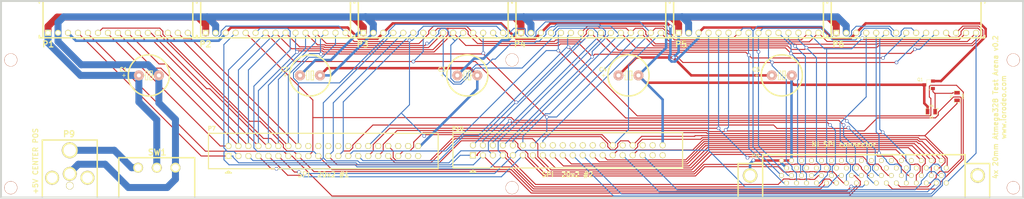
<source format=kicad_pcb>
(kicad_pcb (version 20221018) (generator pcbnew)
  (layers (0 "F.Cu" signal) (31 "B.Cu" signal) (34 "B.Paste" user) (35 "F.Paste" user) (36 "B.SilkS" user) (37 "F.SilkS" user) (38 "B.Mask" user) (39 "F.Mask" user) (44 "Edge.Cuts" user))
  (net 0 "")
  (net 1 "+5V")
  (net 2 "/CS0")
  (net 3 "/CS1")
  (net 4 "/CS2")
  (net 5 "/CS3")
  (net 6 "/CS4")
  (net 7 "/CS5")
  (net 8 "/CS6")
  (net 9 "/CS7")
  (net 10 "/EXT_INT")
  (net 11 "/MISO_0")
  (net 12 "/MISO_1")
  (net 13 "/MISO_10")
  (net 14 "/MISO_11")
  (net 15 "/MISO_2")
  (net 16 "/MISO_3")
  (net 17 "/MISO_4")
  (net 18 "/MISO_5")
  (net 19 "/MISO_6")
  (net 20 "/MISO_7")
  (net 21 "/MISO_8")
  (net 22 "/MISO_9")
  (net 23 "/MOSI_0")
  (net 24 "/MOSI_1")
  (net 25 "/MOSI_10")
  (net 26 "/MOSI_11")
  (net 27 "/MOSI_2")
  (net 28 "/MOSI_3")
  (net 29 "/MOSI_4")
  (net 30 "/MOSI_5")
  (net 31 "/MOSI_6")
  (net 32 "/MOSI_7")
  (net 33 "/MOSI_8")
  (net 34 "/MOSI_9")
  (net 35 "/RESET")
  (net 36 "/RESET_PAN")
  (net 37 "/SCK_0")
  (net 38 "/SCK_1")
  (net 39 "/SCK_2")
  (net 40 "/SCK_3")
  (net 41 "/SCK_4")
  (net 42 "/SCK_5")
  (net 43 "/VIN")
  (net 44 "GND")
  (net 45 "N-000001")
  (net 46 "N-000002")
  (net 47 "N-0000022")
  (net 48 "N-0000023")
  (net 49 "N-0000024")
  (net 50 "N-0000025")
  (net 51 "N-0000026")
  (net 52 "N-0000027")
  (net 53 "N-0000028")
  (net 54 "N-0000029")
  (net 55 "N-000003")
  (net 56 "N-0000032")
  (net 57 "N-0000033")
  (net 58 "N-0000034")
  (net 59 "N-0000035")
  (net 60 "N-0000036")
  (net 61 "N-0000037")
  (net 62 "N-0000038")
  (net 63 "N-0000039")
  (net 64 "N-000004")
  (net 65 "N-0000040")
  (net 66 "N-0000041")
  (net 67 "N-000005")
  (net 68 "N-000006")
  (net 69 "N-0000066")
  (net 70 "N-0000067")
  (net 71 "N-0000070")
  (net 72 "N-0000071")
  (net 73 "N-0000072")
  (net 74 "N-0000073")
  (net 75 "N-0000074")
  (net 76 "N-0000075")
  (net 77 "N-0000076")
  (net 78 "N-0000077")
  (net 79 "N-0000078")
  (net 80 "N-0000079")
  (net 81 "N-0000080")
  (net 82 "N-0000081")
  (net 83 "N-0000082")
  (net 84 "N-0000083")
  (net 85 "N-0000084")
  (net 86 "N-0000085")
  (net 87 "N-0000086")
  (net 88 "N-0000087")
  (net 89 "N-0000088")
  (net 90 "N-0000089")
  (net 91 "N-0000090")
  (net 92 "N-0000091")
  (net 93 "N-0000092")
  (footprint "Capacitor_Polarized" (layer "F.Cu") (at 77.62 68.93)
    (fp_text reference "C1")
    (fp_text value "10uF" hide)
  )
  (footprint "Capacitor_Polarized" (layer "F.Cu") (at 118.62 68.93)
    (fp_text reference "C2")
    (fp_text value "10uF" hide)
  )
  (footprint "Capacitor_Polarized" (layer "F.Cu") (at 158.62 68.93)
    (fp_text reference "C3")
    (fp_text value "10uF" hide)
  )
  (footprint "Capacitor_Polarized" (layer "F.Cu") (at 199.62 68.93)
    (fp_text reference "C4")
    (fp_text value "10uF" hide)
  )
  (footprint "Capacitor_Polarized" (layer "F.Cu") (at 238.62 68.93)
    (fp_text reference "C5")
    (fp_text value "10uF" hide)
  )
  (footprint "HEADER_TOP" (layer "F.Cu") (at 69.75 58.1)
    (fp_text reference "P1")
    (fp_text value "CONN15" hide)
  )
  (footprint "HEADER_TOP" (layer "F.Cu") (at 109.85 58.1)
    (fp_text reference "P2")
    (fp_text value "CONN15" hide)
  )
  (footprint "HEADER_TOP" (layer "F.Cu") (at 149.95 58.1)
    (fp_text reference "P3")
    (fp_text value "CONN15" hide)
  )
  (footprint "HEADER_TOP" (layer "F.Cu") (at 190.05 58.1)
    (fp_text reference "P4")
    (fp_text value "CONN15" hide)
  )
  (footprint "HEADER_TOP" (layer "F.Cu") (at 230.15 58.1)
    (fp_text reference "P5")
    (fp_text value "CONN15" hide)
  )
  (footprint "HEADER_TOP" (layer "F.Cu") (at 270.25 58.1)
    (fp_text reference "P6")
    (fp_text value "CONN15" hide)
  )
  (footprint "PIN_ARRAY_SHRD_20X2" (layer "F.Cu") (at 121.99 88.16)
    (fp_text reference "P7")
    (fp_text value "CONN_20X2" hide)
  )
  (footprint "MOUNT_HOLE_4_40" (layer "F.Cu") (at 297.5 65)
    (fp_text reference "M3" hide)
    (fp_text value "VAL**" hide)
  )
  (footprint "MOUNT_HOLE_4_40" (layer "F.Cu") (at 42.5 97.5)
    (fp_text reference "M6" hide)
    (fp_text value "VAL**" hide)
  )
  (footprint "MOUNT_HOLE_4_40" (layer "F.Cu") (at 297.5 97.5)
    (fp_text reference "M4" hide)
    (fp_text value "VAL**" hide)
  )
  (footprint "MOUNT_HOLE_4_40" (layer "F.Cu") (at 170 65)
    (fp_text reference "M2" hide)
    (fp_text value "VAL**" hide)
  )
  (footprint "MOUNT_HOLE_4_40" (layer "F.Cu") (at 170 97.5)
    (fp_text reference "M5" hide)
    (fp_text value "VAL**" hide)
  )
  (footprint "MOUNT_HOLE_4_40" (layer "F.Cu") (at 42.5 65)
    (fp_text reference "M1" hide)
    (fp_text value "VAL**" hide)
  )
  (footprint "TE_CONN_DSUB_RA_68" (layer "F.Cu") (at 259.5 100.1)
    (fp_text reference "P8")
    (fp_text value "CONN_34X2" hide)
  )
  (footprint "DCJACK_2PIN_HIGHCURRENT" (layer "F.Cu") (at 57.5 99.97 180)
    (fp_text reference "P9")
    (fp_text value "CONN_2" hide)
  )
  (footprint "slide_switch" (layer "F.Cu") (at 79.63 94.94)
    (fp_text reference "SW1")
    (fp_text value "SWITCH_INV" hide)
  )
  (footprint "PIN_ARRAY_SHRD_20X2" (layer "F.Cu") (at 184.18 87.98)
    (fp_text reference "P10")
    (fp_text value "CONN_20X2" hide)
  )
  (footprint "SOT23" (layer "F.Cu") (at 275.96 71.32 90)
    (fp_text reference "Q1")
    (fp_text value "MOSFET_NCHAN" hide)
  )
  (footprint "SM0805" (layer "F.Cu") (at 283.2 74.3 90)
    (fp_text reference "R1")
    (fp_text value "200")
  )
  (footprint "SM0805" (layer "F.Cu") (at 276.66 78.14 180)
    (fp_text reference "R2")
    (fp_text value "20k")
  )
  (gr_line (start 40 100) (end 300 100) (stroke (width 0.5)) (layer "Edge.Cuts"))
  (gr_line (start 300 50) (end 300 100) (stroke (width 0.5)) (layer "Edge.Cuts"))
  (gr_line (start 40 50) (end 40 100) (stroke (width 0.5)) (layer "Edge.Cuts"))
  (gr_line (start 40 50) (end 300 50) (stroke (width 0.5)) (layer "Edge.Cuts"))
  (gr_text "+5V CENTER POS" (at 48.78 90.75 90) (layer "F.SilkS") (effects (font (size 1.27 1.27) (thickness 0.254))))
  (gr_text "4x 20mm Atmega328 Test Arena v0.2\nwww.iorodeo.com" (at 294 77 90) (layer "F.SilkS") (effects (font (size 1.27 1.27) (thickness 0.254))))
  (gr_text "SPI  20x2 #1" (at 121.99 94.16) (layer "F.SilkS") (effects (font (size 1.27 1.27) (thickness 0.254))))
  (gr_text "NI SPI connector" (at 254.38 86.49) (layer "F.SilkS") (effects (font (size 1.27 1.27) (thickness 0.254))))
  (gr_text "SPI  20x2 #2" (at 184.07 94.16) (layer "F.SilkS") (effects (font (size 1.27 1.27) (thickness 0.254))))
  (segment (start 73.24 92.4) (end 68.8212 87.9812) (width 1.778) (layer "B.Cu") (net 1))
  (segment (start 68.8212 87.9812) (end 57.5 87.9812) (width 1.778) (layer "B.Cu") (net 1))
  (segment (start 74.8802 92.4) (end 73.24 92.4) (width 1.778) (layer "B.Cu") (net 1))
  (segment (start 144.8922 65.4025) (end 160.6763 65.4025) (width 0.254) (layer "F.Cu") (net 2))
  (segment (start 67.21 58.3245) (end 67.21 58.1) (width 0.254) (layer "F.Cu") (net 2))
  (segment (start 189.1996 56.4104) (end 187.51 58.1) (width 0.254) (layer "F.Cu") (net 2))
  (segment (start 208.553 56.4104) (end 189.1996 56.4104) (width 0.254) (layer "F.Cu") (net 2))
  (segment (start 227.61 58.1) (end 226.3396 59.3704) (width 0.254) (layer "F.Cu") (net 2))
  (segment (start 114.6125 65.4025) (end 107.31 58.1) (width 0.254) (layer "F.Cu") (net 2))
  (segment (start 226.3396 59.3704) (end 211.513 59.3704) (width 0.254) (layer "F.Cu") (net 2))
  (segment (start 95.7755 86.89) (end 67.21 58.3245) (width 0.254) (layer "F.Cu") (net 2))
  (segment (start 211.513 59.3704) (end 208.553 56.4104) (width 0.254) (layer "F.Cu") (net 2))
  (segment (start 97.86 86.89) (end 95.7755 86.89) (width 0.254) (layer "F.Cu") (net 2))
  (segment (start 160.6763 65.4025) (end 171.0599 75.7861) (width 0.254) (layer "F.Cu") (net 2))
  (segment (start 144.8922 65.4025) (end 114.6125 65.4025) (width 0.254) (layer "F.Cu") (net 2))
  (via (at 171.0599 75.7861) (size 0.889) (drill 0.635) (layers "F.Cu" "B.Cu") (net 2))
  (via (at 144.8922 65.4025) (size 0.889) (drill 0.635) (layers "F.Cu" "B.Cu") (net 2))
  (segment (start 147.41 62.8847) (end 144.8922 65.4025) (width 0.254) (layer "B.Cu") (net 2))
  (segment (start 147.41 58.1) (end 147.41 62.8847) (width 0.254) (layer "B.Cu") (net 2))
  (segment (start 251.6745 59.3799) (end 248.7403 56.4457) (width 0.254) (layer "B.Cu") (net 2))
  (segment (start 231.3026 87.1526) (end 231.3026 57.5796) (width 0.254) (layer "B.Cu") (net 2))
  (segment (start 232.4365 56.4457) (end 231.3026 57.5796) (width 0.254) (layer "B.Cu") (net 2))
  (segment (start 231.3026 57.5796) (end 230.6356 56.9126) (width 0.254) (layer "B.Cu") (net 2))
  (segment (start 170.9739 75.7861) (end 160.05 86.71) (width 0.254) (layer "B.Cu") (net 2))
  (segment (start 256.3639 57.6047) (end 256.3639 58.5516) (width 0.254) (layer "B.Cu") (net 2))
  (segment (start 171.482 75.7861) (end 171.0599 75.7861) (width 0.254) (layer "B.Cu") (net 2))
  (segment (start 256.3639 58.5516) (end 255.5356 59.3799) (width 0.254) (layer "B.Cu") (net 2))
  (segment (start 255.5356 59.3799) (end 251.6745 59.3799) (width 0.254) (layer "B.Cu") (net 2))
  (segment (start 187.51 59.7581) (end 171.482 75.7861) (width 0.254) (layer "B.Cu") (net 2))
  (segment (start 248.7403 56.4457) (end 232.4365 56.4457) (width 0.254) (layer "B.Cu") (net 2))
  (segment (start 107.31 58.1) (end 97.86 67.55) (width 0.254) (layer "B.Cu") (net 2))
  (segment (start 171.0599 75.7861) (end 170.9739 75.7861) (width 0.254) (layer "B.Cu") (net 2))
  (segment (start 257.5327 56.4359) (end 256.3639 57.6047) (width 0.254) (layer "B.Cu") (net 2))
  (segment (start 97.86 67.55) (end 97.86 86.89) (width 0.254) (layer "B.Cu") (net 2))
  (segment (start 187.51 58.1) (end 187.51 59.7581) (width 0.254) (layer "B.Cu") (net 2))
  (segment (start 228.7974 56.9126) (end 227.61 58.1) (width 0.254) (layer "B.Cu") (net 2))
  (segment (start 230.6356 56.9126) (end 228.7974 56.9126) (width 0.254) (layer "B.Cu") (net 2))
  (segment (start 267.71 58.1) (end 266.0459 56.4359) (width 0.254) (layer "B.Cu") (net 2))
  (segment (start 266.0459 56.4359) (end 257.5327 56.4359) (width 0.254) (layer "B.Cu") (net 2))
  (segment (start 238.545 94.395) (end 231.3026 87.1526) (width 0.254) (layer "B.Cu") (net 2))
  (segment (start 153.6767 56.9566) (end 158.0435 56.9566) (width 0.254) (layer "F.Cu") (net 3))
  (segment (start 122.177 62.3883) (end 121.9529 62.1642) (width 0.254) (layer "F.Cu") (net 3))
  (segment (start 80.6787 67.0865) (end 78.7365 67.0865) (width 0.254) (layer "F.Cu") (net 3))
  (segment (start 115.6611 62.1351) (end 113.8851 62.1351) (width 0.254) (layer "F.Cu") (net 3))
  (segment (start 187.7433 60.4067) (end 190.05 58.1) (width 0.254) (layer "F.Cu") (net 3))
  (segment (start 230.2166 63.7748) (end 230.9293 64.4875) (width 0.254) (layer "F.Cu") (net 3))
  (segment (start 190.05 58.1) (end 194.9982 63.0482) (width 0.254) (layer "F.Cu") (net 3))
  (segment (start 151.0934 56.9566) (end 153.6767 56.9566) (width 0.254) (layer "F.Cu") (net 3))
  (segment (start 158.0435 56.9566) (end 158.84 57.7531) (width 0.254) (layer "F.Cu") (net 3))
  (segment (start 181.7307 60.4067) (end 187.7433 60.4067) (width 0.254) (layer "F.Cu") (net 3))
  (segment (start 230.9293 64.4875) (end 264.3603 64.4875) (width 0.254) (layer "F.Cu") (net 3))
  (segment (start 153.6767 56.9566) (end 153.6767 58.5965) (width 0.254) (layer "F.Cu") (net 3))
  (segment (start 229.49 63.0482) (end 230.2166 63.7748) (width 0.254) (layer "F.Cu") (net 3))
  (segment (start 100.4 86.8078) (end 80.6787 67.0865) (width 0.254) (layer "F.Cu") (net 3))
  (segment (start 181.333 60.8044) (end 181.7307 60.4067) (width 0.254) (layer "F.Cu") (net 3))
  (segment (start 158.84 57.7531) (end 158.84 58.4469) (width 0.254) (layer "F.Cu") (net 3))
  (segment (start 161.1975 60.8044) (end 181.333 60.8044) (width 0.254) (layer "F.Cu") (net 3))
  (segment (start 113.8851 62.1351) (end 109.85 58.1) (width 0.254) (layer "F.Cu") (net 3))
  (segment (start 149.95 58.1) (end 151.0934 56.9566) (width 0.254) (layer "F.Cu") (net 3))
  (segment (start 149.8849 62.3883) (end 122.177 62.3883) (width 0.254) (layer "F.Cu") (net 3))
  (segment (start 194.9982 63.0482) (end 229.49 63.0482) (width 0.254) (layer "F.Cu") (net 3))
  (segment (start 153.6767 58.5965) (end 149.8849 62.3883) (width 0.254) (layer "F.Cu") (net 3))
  (segment (start 100.4 86.89) (end 100.4 86.8078) (width 0.254) (layer "F.Cu") (net 3))
  (segment (start 158.84 58.4469) (end 161.1975 60.8044) (width 0.254) (layer "F.Cu") (net 3))
  (segment (start 115.6902 62.1642) (end 115.6611 62.1351) (width 0.254) (layer "F.Cu") (net 3))
  (segment (start 121.9529 62.1642) (end 115.6902 62.1642) (width 0.254) (layer "F.Cu") (net 3))
  (segment (start 78.7365 67.0865) (end 69.75 58.1) (width 0.254) (layer "F.Cu") (net 3))
  (via (at 230.2166 63.7748) (size 0.889) (drill 0.635) (layers "F.Cu" "B.Cu") (net 3))
  (via (at 264.3603 64.4875) (size 0.889) (drill 0.635) (layers "F.Cu" "B.Cu") (net 3))
  (segment (start 239.815 96.3) (end 239.0592 96.3) (width 0.254) (layer "B.Cu") (net 3))
  (segment (start 239.0592 96.3) (end 230.2166 87.4574) (width 0.254) (layer "B.Cu") (net 3))
  (segment (start 264.3603 64.4875) (end 270.25 58.5978) (width 0.254) (layer "B.Cu") (net 3))
  (segment (start 270.25 58.5978) (end 270.25 58.1) (width 0.254) (layer "B.Cu") (net 3))
  (segment (start 100.4 86.89) (end 100.4 67.55) (width 0.254) (layer "B.Cu") (net 3))
  (segment (start 162.59 86.71) (end 162.59 85.56) (width 0.254) (layer "B.Cu") (net 3))
  (segment (start 230.2166 87.4574) (end 230.2166 63.7748) (width 0.254) (layer "B.Cu") (net 3))
  (segment (start 230.15 58.1) (end 230.15 63.7082) (width 0.254) (layer "B.Cu") (net 3))
  (segment (start 100.4 67.55) (end 109.85 58.1) (width 0.254) (layer "B.Cu") (net 3))
  (segment (start 162.59 85.56) (end 190.05 58.1) (width 0.254) (layer "B.Cu") (net 3))
  (segment (start 230.15 63.7082) (end 230.2166 63.7748) (width 0.254) (layer "B.Cu") (net 3))
  (segment (start 122.1634 61.6559) (end 115.9459 61.6559) (width 0.254) (layer "F.Cu") (net 4))
  (segment (start 148.7412 61.8488) (end 122.3563 61.8488) (width 0.254) (layer "F.Cu") (net 4))
  (segment (start 197.0299 62.5399) (end 192.59 58.1) (width 0.254) (layer "F.Cu") (net 4))
  (segment (start 82.0764 66.0264) (end 80.2164 66.0264) (width 0.254) (layer "F.Cu") (net 4))
  (segment (start 152.49 58.1) (end 148.7412 61.8488) (width 0.254) (layer "F.Cu") (net 4))
  (segment (start 122.3563 61.8488) (end 122.1634 61.6559) (width 0.254) (layer "F.Cu") (net 4))
  (segment (start 115.9459 61.6559) (end 112.39 58.1) (width 0.254) (layer "F.Cu") (net 4))
  (segment (start 102.94 86.89) (end 82.0764 66.0264) (width 0.254) (layer "F.Cu") (net 4))
  (segment (start 232.69 62.9364) (end 232.2935 62.5399) (width 0.254) (layer "F.Cu") (net 4))
  (segment (start 80.2164 66.0264) (end 72.29 58.1) (width 0.254) (layer "F.Cu") (net 4))
  (segment (start 232.2935 62.5399) (end 197.0299 62.5399) (width 0.254) (layer "F.Cu") (net 4))
  (via (at 232.69 62.9364) (size 0.889) (drill 0.635) (layers "F.Cu" "B.Cu") (net 4))
  (segment (start 160.6797 67.0662) (end 159.1261 68.6198) (width 0.254) (layer "B.Cu") (net 4))
  (segment (start 268.98 57.6895) (end 268.98 58.5308) (width 0.254) (layer "B.Cu") (net 4))
  (segment (start 191.7646 59.2979) (end 191.7646 58.1) (width 0.254) (layer "B.Cu") (net 4))
  (segment (start 191.7646 58.1) (end 192.59 58.1) (width 0.254) (layer "B.Cu") (net 4))
  (segment (start 181.087 57.8232) (end 181.087 58.5333) (width 0.254) (layer "B.Cu") (net 4))
  (segment (start 112.39 58.1) (end 102.94 67.55) (width 0.254) (layer "B.Cu") (net 4))
  (segment (start 152.49 68.5498) (end 152.49 58.1) (width 0.254) (layer "B.Cu") (net 4))
  (segment (start 258.7488 58.5571) (end 257.4176 59.8883) (width 0.254) (layer "B.Cu") (net 4))
  (segment (start 190.6037 56.9391) (end 181.9711 56.9391) (width 0.254) (layer "B.Cu") (net 4))
  (segment (start 268.2541 59.2567) (end 267.2105 59.2567) (width 0.254) (layer "B.Cu") (net 4))
  (segment (start 233.8359 56.9541) (end 232.69 58.1) (width 0.254) (layer "B.Cu") (net 4))
  (segment (start 258.7488 57.8243) (end 258.7488 58.5571) (width 0.254) (layer "B.Cu") (net 4))
  (segment (start 266.44 57.6662) (end 265.7181 56.9443) (width 0.254) (layer "B.Cu") (net 4))
  (segment (start 266.44 58.4862) (end 266.44 57.6662) (width 0.254) (layer "B.Cu") (net 4))
  (segment (start 191.7646 58.1) (end 190.6037 56.9391) (width 0.254) (layer "B.Cu") (net 4))
  (segment (start 265.7181 56.9443) (end 259.6288 56.9443) (width 0.254) (layer "B.Cu") (net 4))
  (segment (start 272.79 58.1) (end 271.5901 56.9001) (width 0.254) (layer "B.Cu") (net 4))
  (segment (start 102.94 67.55) (end 102.94 86.89) (width 0.254) (layer "B.Cu") (net 4))
  (segment (start 172.5541 67.0662) (end 160.6797 67.0662) (width 0.254) (layer "B.Cu") (net 4))
  (segment (start 232.69 86.8482) (end 232.69 62.9364) (width 0.254) (layer "B.Cu") (net 4))
  (segment (start 165.13 85.9325) (end 191.7646 59.2979) (width 0.254) (layer "B.Cu") (net 4))
  (segment (start 181.087 58.5333) (end 172.5541 67.0662) (width 0.254) (layer "B.Cu") (net 4))
  (segment (start 271.5901 56.9001) (end 269.7694 56.9001) (width 0.254) (layer "B.Cu") (net 4))
  (segment (start 268.98 58.5308) (end 268.2541 59.2567) (width 0.254) (layer "B.Cu") (net 4))
  (segment (start 248.5297 56.9541) (end 233.8359 56.9541) (width 0.254) (layer "B.Cu") (net 4))
  (segment (start 181.9711 56.9391) (end 181.087 57.8232) (width 0.254) (layer "B.Cu") (net 4))
  (segment (start 257.4176 59.8883) (end 251.4639 59.8883) (width 0.254) (layer "B.Cu") (net 4))
  (segment (start 155.0911 71.1509) (end 152.49 68.5498) (width 0.254) (layer "B.Cu") (net 4))
  (segment (start 157.0006 71.1509) (end 155.0911 71.1509) (width 0.254) (layer "B.Cu") (net 4))
  (segment (start 259.6288 56.9443) (end 258.7488 57.8243) (width 0.254) (layer "B.Cu") (net 4))
  (segment (start 251.4639 59.8883) (end 248.5297 56.9541) (width 0.254) (layer "B.Cu") (net 4))
  (segment (start 165.13 86.71) (end 165.13 85.9325) (width 0.254) (layer "B.Cu") (net 4))
  (segment (start 232.69 62.9364) (end 232.69 58.1) (width 0.254) (layer "B.Cu") (net 4))
  (segment (start 267.2105 59.2567) (end 266.44 58.4862) (width 0.254) (layer "B.Cu") (net 4))
  (segment (start 241.085 94.395) (end 240.2368 94.395) (width 0.254) (layer "B.Cu") (net 4))
  (segment (start 240.2368 94.395) (end 232.69 86.8482) (width 0.254) (layer "B.Cu") (net 4))
  (segment (start 269.7694 56.9001) (end 268.98 57.6895) (width 0.254) (layer "B.Cu") (net 4))
  (segment (start 159.1261 68.6198) (end 159.1261 69.0254) (width 0.254) (layer "B.Cu") (net 4))
  (segment (start 159.1261 69.0254) (end 157.0006 71.1509) (width 0.254) (layer "B.Cu") (net 4))
  (segment (start 150.1691 62.9609) (end 122.0308 62.9609) (width 0.254) (layer "F.Cu") (net 5))
  (segment (start 122.0308 62.9609) (end 121.7424 62.6725) (width 0.254) (layer "F.Cu") (net 5))
  (segment (start 78.7898 60.1998) (end 76.9298 60.1998) (width 0.254) (layer "F.Cu") (net 5))
  (segment (start 76.9298 60.1998) (end 74.83 58.1) (width 0.254) (layer "F.Cu") (net 5))
  (segment (start 187.1369 60.915) (end 182.3006 60.915) (width 0.254) (layer "F.Cu") (net 5))
  (segment (start 211.3796 63.5565) (end 191.0198 63.5565) (width 0.254) (layer "F.Cu") (net 5))
  (segment (start 115.6074 62.6725) (end 115.319 62.9609) (width 0.254) (layer "F.Cu") (net 5))
  (segment (start 158.2427 61.3127) (end 155.03 58.1) (width 0.254) (layer "F.Cu") (net 5))
  (segment (start 181.9029 61.3127) (end 158.2427 61.3127) (width 0.254) (layer "F.Cu") (net 5))
  (segment (start 190.3991 64.1772) (end 187.1369 60.915) (width 0.254) (layer "F.Cu") (net 5))
  (segment (start 236.1539 65.6395) (end 267.7905 65.6395) (width 0.254) (layer "F.Cu") (net 5))
  (segment (start 121.7424 62.6725) (end 115.6074 62.6725) (width 0.254) (layer "F.Cu") (net 5))
  (segment (start 105.48 86.89) (end 78.7898 60.1998) (width 0.254) (layer "F.Cu") (net 5))
  (segment (start 213.4626 65.6395) (end 211.3796 63.5565) (width 0.254) (layer "F.Cu") (net 5))
  (segment (start 191.0198 63.5565) (end 190.3991 64.1772) (width 0.254) (layer "F.Cu") (net 5))
  (segment (start 236.1539 65.6395) (end 213.4626 65.6395) (width 0.254) (layer "F.Cu") (net 5))
  (segment (start 182.3006 60.915) (end 181.9029 61.3127) (width 0.254) (layer "F.Cu") (net 5))
  (segment (start 155.03 58.1) (end 150.1691 62.9609) (width 0.254) (layer "F.Cu") (net 5))
  (via (at 190.3991 64.1772) (size 0.889) (drill 0.635) (layers "F.Cu" "B.Cu") (net 5))
  (via (at 267.7905 65.6395) (size 0.889) (drill 0.635) (layers "F.Cu" "B.Cu") (net 5))
  (via (at 115.319 62.9609) (size 0.889) (drill 0.635) (layers "F.Cu" "B.Cu") (net 5))
  (via (at 236.1539 65.6395) (size 0.889) (drill 0.635) (layers "F.Cu" "B.Cu") (net 5))
  (segment (start 275.33 58.1) (end 267.7905 65.6395) (width 0.254) (layer "B.Cu") (net 5))
  (segment (start 242.355 93.8864) (end 241.2347 92.7661) (width 0.254) (layer "B.Cu") (net 5))
  (segment (start 236.1539 65.6395) (end 235.23 64.7156) (width 0.254) (layer "B.Cu") (net 5))
  (segment (start 105.48 86.89) (end 105.48 72.7999) (width 0.254) (layer "B.Cu") (net 5))
  (segment (start 190.3991 64.1772) (end 167.8663 86.71) (width 0.254) (layer "B.Cu") (net 5))
  (segment (start 190.3991 62.8309) (end 195.13 58.1) (width 0.254) (layer "B.Cu") (net 5))
  (segment (start 239.7629 70.0493) (end 236.1539 66.4403) (width 0.254) (layer "B.Cu") (net 5))
  (segment (start 114.93 62.5719) (end 114.93 58.1) (width 0.254) (layer "B.Cu") (net 5))
  (segment (start 239.7629 90.6546) (end 239.7629 70.0493) (width 0.254) (layer "B.Cu") (net 5))
  (segment (start 241.2347 92.1264) (end 239.7629 90.6546) (width 0.254) (layer "B.Cu") (net 5))
  (segment (start 242.355 96.3) (end 242.355 93.8864) (width 0.254) (layer "B.Cu") (net 5))
  (segment (start 190.3991 64.1772) (end 190.3991 62.8309) (width 0.254) (layer "B.Cu") (net 5))
  (segment (start 235.23 64.7156) (end 235.23 58.1) (width 0.254) (layer "B.Cu") (net 5))
  (segment (start 236.1539 66.4403) (end 236.1539 65.6395) (width 0.254) (layer "B.Cu") (net 5))
  (segment (start 167.8663 86.71) (end 167.67 86.71) (width 0.254) (layer "B.Cu") (net 5))
  (segment (start 105.48 72.7999) (end 115.319 62.9609) (width 0.254) (layer "B.Cu") (net 5))
  (segment (start 115.319 62.9609) (end 114.93 62.5719) (width 0.254) (layer "B.Cu") (net 5))
  (segment (start 241.2347 92.7661) (end 241.2347 92.1264) (width 0.254) (layer "B.Cu") (net 5))
  (segment (start 239.5482 61.9197) (end 201.4897 61.9197) (width 0.254) (layer "F.Cu") (net 6))
  (segment (start 271.4017 63.3356) (end 272.4567 62.2806) (width 0.254) (layer "F.Cu") (net 6))
  (segment (start 77.37 58.1) (end 78.1237 58.1) (width 0.254) (layer "F.Cu") (net 6))
  (segment (start 240.9641 63.3356) (end 239.5482 61.9197) (width 0.254) (layer "F.Cu") (net 6))
  (segment (start 122.5666 61.3403) (end 147.832 61.3403) (width 0.254) (layer "F.Cu") (net 6))
  (segment (start 122.3739 61.1476) (end 122.5666 61.3403) (width 0.254) (layer "F.Cu") (net 6))
  (segment (start 240.9641 63.3356) (end 271.4017 63.3356) (width 0.254) (layer "F.Cu") (net 6))
  (segment (start 93.1059 72.3151) (end 107.6808 86.89) (width 0.254) (layer "F.Cu") (net 6))
  (segment (start 78.1237 58.1) (end 92.3388 72.3151) (width 0.254) (layer "F.Cu") (net 6))
  (segment (start 147.832 61.3403) (end 148.3512 60.8211) (width 0.254) (layer "F.Cu") (net 6))
  (segment (start 92.3388 72.3151) (end 93.1059 72.3151) (width 0.254) (layer "F.Cu") (net 6))
  (segment (start 120.5176 61.1476) (end 122.3739 61.1476) (width 0.254) (layer "F.Cu") (net 6))
  (segment (start 240.9641 63.3357) (end 240.9641 63.3356) (width 0.254) (layer "F.Cu") (net 6))
  (segment (start 107.6808 86.89) (end 108.02 86.89) (width 0.254) (layer "F.Cu") (net 6))
  (segment (start 201.4897 61.9197) (end 197.67 58.1) (width 0.254) (layer "F.Cu") (net 6))
  (segment (start 117.47 58.1) (end 120.5176 61.1476) (width 0.254) (layer "F.Cu") (net 6))
  (via (at 240.9641 63.3357) (size 0.889) (drill 0.635) (layers "F.Cu" "B.Cu") (net 6))
  (via (at 148.3512 60.8211) (size 0.889) (drill 0.635) (layers "F.Cu" "B.Cu") (net 6))
  (via (at 272.4567 62.2806) (size 0.889) (drill 0.635) (layers "F.Cu" "B.Cu") (net 6))
  (segment (start 192.1107 55.867) (end 192.6093 56.3656) (width 0.254) (layer "B.Cu") (net 6))
  (segment (start 151.3466 58.3237) (end 148.8492 60.8211) (width 0.254) (layer "B.Cu") (net 6))
  (segment (start 152.9971 56.9498) (end 151.9924 56.9498) (width 0.254) (layer "B.Cu") (net 6))
  (segment (start 154.4213 69.6819) (end 155.3751 70.6357) (width 0.254) (layer "B.Cu") (net 6))
  (segment (start 165.7204 64.8022) (end 169.7774 60.7452) (width 0.254) (layer "B.Cu") (net 6))
  (segment (start 273.6894 62.2806) (end 277.87 58.1) (width 0.254) (layer "B.Cu") (net 6))
  (segment (start 176.1761 60.2369) (end 176.8948 60.2369) (width 0.254) (layer "B.Cu") (net 6))
  (segment (start 108.02 71.4278) (end 117.47 61.9778) (width 0.254) (layer "B.Cu") (net 6))
  (segment (start 155.4912 60.1788) (end 153.8866 58.5742) (width 0.254) (layer "B.Cu") (net 6))
  (segment (start 156.7508 70.6357) (end 158.438 68.9485) (width 0.254) (layer "B.Cu") (net 6))
  (segment (start 242.6324 70.1564) (end 242.825 69.9638) (width 0.254) (layer "B.Cu") (net 6))
  (segment (start 240.9641 63.3357) (end 240.9641 61.2941) (width 0.254) (layer "B.Cu") (net 6))
  (segment (start 180.7653 56.5059) (end 181.4042 55.867) (width 0.254) (layer "B.Cu") (net 6))
  (segment (start 117.47 61.9778) (end 117.47 58.1) (width 0.254) (layer "B.Cu") (net 6))
  (segment (start 181.4042 55.867) (end 192.1107 55.867) (width 0.254) (layer "B.Cu") (net 6))
  (segment (start 158.438 68.5891) (end 160.833 66.1941) (width 0.254) (layer "B.Cu") (net 6))
  (segment (start 163.6098 66.1941) (end 165.0017 64.8022) (width 0.254) (layer "B.Cu") (net 6))
  (segment (start 242.825 69.9638) (end 242.825 65.1966) (width 0.254) (layer "B.Cu") (net 6))
  (segment (start 178.62 57.7217) (end 179.7053 56.6364) (width 0.254) (layer "B.Cu") (net 6))
  (segment (start 155.3751 70.6357) (end 156.7508 70.6357) (width 0.254) (layer "B.Cu") (net 6))
  (segment (start 151.9924 56.9498) (end 151.3466 57.5956) (width 0.254) (layer "B.Cu") (net 6))
  (segment (start 179.9161 56.6364) (end 180.0466 56.5059) (width 0.254) (layer "B.Cu") (net 6))
  (segment (start 195.0837 56.3656) (end 197.2441 58.5259) (width 0.254) (layer "B.Cu") (net 6))
  (segment (start 170.21 85.56) (end 170.21 86.71) (width 0.254) (layer "B.Cu") (net 6))
  (segment (start 243.625 94.395) (end 243.4028 94.1728) (width 0.254) (layer "B.Cu") (net 6))
  (segment (start 197.2441 58.5259) (end 170.21 85.56) (width 0.254) (layer "B.Cu") (net 6))
  (segment (start 108.02 86.89) (end 108.02 71.4278) (width 0.254) (layer "B.Cu") (net 6))
  (segment (start 192.6093 56.3656) (end 195.0837 56.3656) (width 0.254) (layer "B.Cu") (net 6))
  (segment (start 175.6678 60.7452) (end 176.1761 60.2369) (width 0.254) (layer "B.Cu") (net 6))
  (segment (start 169.7774 60.7452) (end 175.6678 60.7452) (width 0.254) (layer "B.Cu") (net 6))
  (segment (start 160.833 66.1941) (end 163.6098 66.1941) (width 0.254) (layer "B.Cu") (net 6))
  (segment (start 153.8866 58.5742) (end 153.8866 57.8393) (width 0.254) (layer "B.Cu") (net 6))
  (segment (start 197.67 58.1) (end 197.2441 58.5259) (width 0.254) (layer "B.Cu") (net 6))
  (segment (start 243.4028 94.1728) (end 243.4028 91.8746) (width 0.254) (layer "B.Cu") (net 6))
  (segment (start 148.8492 60.8211) (end 148.3512 60.8211) (width 0.254) (layer "B.Cu") (net 6))
  (segment (start 272.4567 62.2806) (end 273.6894 62.2806) (width 0.254) (layer "B.Cu") (net 6))
  (segment (start 155.4912 60.1788) (end 154.4213 61.2487) (width 0.254) (layer "B.Cu") (net 6))
  (segment (start 243.4028 91.8746) (end 242.6324 91.1042) (width 0.254) (layer "B.Cu") (net 6))
  (segment (start 157.57 58.1) (end 155.4912 60.1788) (width 0.254) (layer "B.Cu") (net 6))
  (segment (start 179.7053 56.6364) (end 179.9161 56.6364) (width 0.254) (layer "B.Cu") (net 6))
  (segment (start 165.0017 64.8022) (end 165.7204 64.8022) (width 0.254) (layer "B.Cu") (net 6))
  (segment (start 240.9641 61.2941) (end 237.77 58.1) (width 0.254) (layer "B.Cu") (net 6))
  (segment (start 154.4213 61.2487) (end 154.4213 69.6819) (width 0.254) (layer "B.Cu") (net 6))
  (segment (start 242.6324 91.1042) (end 242.6324 70.1564) (width 0.254) (layer "B.Cu") (net 6))
  (segment (start 178.62 58.5117) (end 178.62 57.7217) (width 0.254) (layer "B.Cu") (net 6))
  (segment (start 151.3466 57.5956) (end 151.3466 58.3237) (width 0.254) (layer "B.Cu") (net 6))
  (segment (start 176.8948 60.2369) (end 178.62 58.5117) (width 0.254) (layer "B.Cu") (net 6))
  (segment (start 158.438 68.9485) (end 158.438 68.5891) (width 0.254) (layer "B.Cu") (net 6))
  (segment (start 180.0466 56.5059) (end 180.7653 56.5059) (width 0.254) (layer "B.Cu") (net 6))
  (segment (start 242.825 65.1966) (end 240.9641 63.3357) (width 0.254) (layer "B.Cu") (net 6))
  (segment (start 153.8866 57.8393) (end 152.9971 56.9498) (width 0.254) (layer "B.Cu") (net 6))
  (segment (start 288.5036 56.9032) (end 289.2222 57.6218) (width 0.254) (layer "F.Cu") (net 7))
  (segment (start 110.56 86.89) (end 108.6345 84.9645) (width 0.254) (layer "F.Cu") (net 7))
  (segment (start 199.0288 56.9188) (end 189.6143 56.9188) (width 0.254) (layer "F.Cu") (net 7))
  (segment (start 206.4644 60.9031) (end 204.02 58.4587) (width 0.254) (layer "F.Cu") (net 7))
  (segment (start 203.2378 56.9477) (end 201.3623 56.9477) (width 0.254) (layer "F.Cu") (net 7))
  (segment (start 187.362 59.8984) (end 181.1609 59.8984) (width 0.254) (layer "F.Cu") (net 7))
  (segment (start 200.21 58.1) (end 199.0288 56.9188) (width 0.254) (layer "F.Cu") (net 7))
  (segment (start 283.4198 59.2581) (end 284.22 58.4579) (width 0.254) (layer "F.Cu") (net 7))
  (segment (start 262.8839 60.9902) (end 242.0081 60.9902) (width 0.254) (layer "F.Cu") (net 7))
  (segment (start 160.11 58.1) (end 158.4086 56.3986) (width 0.254) (layer "F.Cu") (net 7))
  (segment (start 201.3623 56.9477) (end 200.21 58.1) (width 0.254) (layer "F.Cu") (net 7))
  (segment (start 122.7771 60.832) (end 120.0451 58.1) (width 0.254) (layer "F.Cu") (net 7))
  (segment (start 289.2222 58.5481) (end 286.9145 60.8558) (width 0.254) (layer "F.Cu") (net 7))
  (segment (start 106.7745 84.9645) (end 79.91 58.1) (width 0.254) (layer "F.Cu") (net 7))
  (segment (start 284.22 57.705) (end 285.0218 56.9032) (width 0.254) (layer "F.Cu") (net 7))
  (segment (start 180.7632 60.2961) (end 162.3061 60.2961) (width 0.254) (layer "F.Cu") (net 7))
  (segment (start 241.921 60.9031) (end 206.4644 60.9031) (width 0.254) (layer "F.Cu") (net 7))
  (segment (start 263.0183 60.8558) (end 262.8839 60.9902) (width 0.254) (layer "F.Cu") (net 7))
  (segment (start 284.22 58.4579) (end 284.22 57.705) (width 0.254) (layer "F.Cu") (net 7))
  (segment (start 204.02 58.4587) (end 204.02 57.7299) (width 0.254) (layer "F.Cu") (net 7))
  (segment (start 162.3061 60.2961) (end 160.11 58.1) (width 0.254) (layer "F.Cu") (net 7))
  (segment (start 108.6345 84.9645) (end 106.7745 84.9645) (width 0.254) (layer "F.Cu") (net 7))
  (segment (start 286.9145 60.8558) (end 263.0183 60.8558) (width 0.254) (layer "F.Cu") (net 7))
  (segment (start 148.8066 58.3432) (end 146.3178 60.832) (width 0.254) (layer "F.Cu") (net 7))
  (segment (start 181.1609 59.8984) (end 180.7632 60.2961) (width 0.254) (layer "F.Cu") (net 7))
  (segment (start 189.6143 56.9188) (end 188.9066 57.6265) (width 0.254) (layer "F.Cu") (net 7))
  (segment (start 281.5681 59.2581) (end 283.4198 59.2581) (width 0.254) (layer "F.Cu") (net 7))
  (segment (start 148.8066 57.6265) (end 148.8066 58.3432) (width 0.254) (layer "F.Cu") (net 7))
  (segment (start 242.0081 60.9902) (end 241.921 60.9031) (width 0.254) (layer "F.Cu") (net 7))
  (segment (start 289.2222 57.6218) (end 289.2222 58.5481) (width 0.254) (layer "F.Cu") (net 7))
  (segment (start 280.41 58.1) (end 281.5681 59.2581) (width 0.254) (layer "F.Cu") (net 7))
  (segment (start 242.0081 61.4934) (end 242.0081 60.9902) (width 0.254) (layer "F.Cu") (net 7))
  (segment (start 120.0451 58.1) (end 120.01 58.1) (width 0.254) (layer "F.Cu") (net 7))
  (segment (start 204.02 57.7299) (end 203.2378 56.9477) (width 0.254) (layer "F.Cu") (net 7))
  (segment (start 285.0218 56.9032) (end 288.5036 56.9032) (width 0.254) (layer "F.Cu") (net 7))
  (segment (start 150.0345 56.3986) (end 148.8066 57.6265) (width 0.254) (layer "F.Cu") (net 7))
  (segment (start 146.3178 60.832) (end 122.7771 60.832) (width 0.254) (layer "F.Cu") (net 7))
  (segment (start 158.4086 56.3986) (end 150.0345 56.3986) (width 0.254) (layer "F.Cu") (net 7))
  (segment (start 188.9066 58.3538) (end 187.362 59.8984) (width 0.254) (layer "F.Cu") (net 7))
  (segment (start 188.9066 57.6265) (end 188.9066 58.3538) (width 0.254) (layer "F.Cu") (net 7))
  (via (at 242.0081 61.4934) (size 0.889) (drill 0.635) (layers "F.Cu" "B.Cu") (net 7))
  (segment (start 244.895 93.9554) (end 243.9112 92.9716) (width 0.254) (layer "B.Cu") (net 7))
  (segment (start 120.01 60.5036) (end 110.56 69.9536) (width 0.254) (layer "B.Cu") (net 7))
  (segment (start 244.895 96.3) (end 244.895 93.9554) (width 0.254) (layer "B.Cu") (net 7))
  (segment (start 200.21 58.1) (end 179.6261 78.6839) (width 0.254) (layer "B.Cu") (net 7))
  (segment (start 178.5025 78.6839) (end 172.75 84.4364) (width 0.254) (layer "B.Cu") (net 7))
  (segment (start 172.75 84.4364) (end 172.75 86.71) (width 0.254) (layer "B.Cu") (net 7))
  (segment (start 120.01 58.1) (end 120.01 60.5036) (width 0.254) (layer "B.Cu") (net 7))
  (segment (start 243.9112 92.05) (end 244.6281 91.3331) (width 0.254) (layer "B.Cu") (net 7))
  (segment (start 244.6281 91.3331) (end 244.6281 64.1134) (width 0.254) (layer "B.Cu") (net 7))
  (segment (start 110.56 69.9536) (end 110.56 86.89) (width 0.254) (layer "B.Cu") (net 7))
  (segment (start 243.9112 92.9716) (end 243.9112 92.05) (width 0.254) (layer "B.Cu") (net 7))
  (segment (start 240.31 58.1) (end 240.31 59.7953) (width 0.254) (layer "B.Cu") (net 7))
  (segment (start 244.6281 64.1134) (end 242.0081 61.4934) (width 0.254) (layer "B.Cu") (net 7))
  (segment (start 240.31 59.7953) (end 242.0081 61.4934) (width 0.254) (layer "B.Cu") (net 7))
  (segment (start 179.6261 78.6839) (end 178.5025 78.6839) (width 0.254) (layer "B.Cu") (net 7))
  (segment (start 289.7556 57.4228) (end 289.7556 58.735) (width 0.254) (layer "F.Cu") (net 8))
  (segment (start 84.5498 60.1998) (end 82.45 58.1) (width 0.254) (layer "F.Cu") (net 8))
  (segment (start 282.95 58.1) (end 284.6552 56.3948) (width 0.254) (layer "F.Cu") (net 8))
  (segment (start 284.6552 56.3948) (end 288.7276 56.3948) (width 0.254) (layer "F.Cu") (net 8))
  (segment (start 121.4293 63.4693) (end 121.4003 63.4983) (width 0.254) (layer "F.Cu") (net 8))
  (segment (start 288.7276 56.3948) (end 289.7556 57.4228) (width 0.254) (layer "F.Cu") (net 8))
  (segment (start 178.7451 79.5097) (end 178.8445 79.5097) (width 0.254) (layer "F.Cu") (net 8))
  (segment (start 287.1265 61.3641) (end 263.2289 61.3641) (width 0.254) (layer "F.Cu") (net 8))
  (segment (start 86.4098 60.1998) (end 84.5498 60.1998) (width 0.254) (layer "F.Cu") (net 8))
  (segment (start 206.0614 61.4114) (end 202.75 58.1) (width 0.254) (layer "F.Cu") (net 8))
  (segment (start 289.7556 58.735) (end 287.1265 61.3641) (width 0.254) (layer "F.Cu") (net 8))
  (segment (start 240.0838 61.4114) (end 206.0614 61.4114) (width 0.254) (layer "F.Cu") (net 8))
  (segment (start 162.7045 63.4691) (end 178.7451 79.5097) (width 0.254) (layer "F.Cu") (net 8))
  (segment (start 244.8752 61.8724) (end 244.4265 62.3211) (width 0.254) (layer "F.Cu") (net 8))
  (segment (start 240.9935 62.3211) (end 240.0838 61.4114) (width 0.254) (layer "F.Cu") (net 8))
  (segment (start 262.7206 61.8724) (end 244.8752 61.8724) (width 0.254) (layer "F.Cu") (net 8))
  (segment (start 162.7044 63.4692) (end 121.4293 63.4692) (width 0.254) (layer "F.Cu") (net 8))
  (segment (start 121.4293 63.4692) (end 121.4293 63.4693) (width 0.254) (layer "F.Cu") (net 8))
  (segment (start 113.1 86.89) (end 86.4098 60.1998) (width 0.254) (layer "F.Cu") (net 8))
  (segment (start 263.2289 61.3641) (end 262.7206 61.8724) (width 0.254) (layer "F.Cu") (net 8))
  (segment (start 244.4265 62.3211) (end 240.9935 62.3211) (width 0.254) (layer "F.Cu") (net 8))
  (segment (start 162.7045 63.4691) (end 162.7044 63.4692) (width 0.254) (layer "F.Cu") (net 8))
  (segment (start 162.7045 63.2619) (end 162.7045 63.4691) (width 0.254) (layer "F.Cu") (net 8))
  (via (at 121.4003 63.4983) (size 0.889) (drill 0.635) (layers "F.Cu" "B.Cu") (net 8))
  (via (at 178.8445 79.5097) (size 0.889) (drill 0.635) (layers "F.Cu" "B.Cu") (net 8))
  (via (at 244.8752 61.8724) (size 0.889) (drill 0.635) (layers "F.Cu" "B.Cu") (net 8))
  (via (at 162.7045 63.2619) (size 0.889) (drill 0.635) (layers "F.Cu" "B.Cu") (net 8))
  (segment (start 247.435 90.7692) (end 247.435 64.4322) (width 0.254) (layer "B.Cu") (net 8))
  (segment (start 118.521 63.3654) (end 113.1 68.7864) (width 0.254) (layer "B.Cu") (net 8))
  (segment (start 178.8445 83.1555) (end 175.29 86.71) (width 0.254) (layer "B.Cu") (net 8))
  (segment (start 202.75 58.1) (end 181.3403 79.5097) (width 0.254) (layer "B.Cu") (net 8))
  (segment (start 246.165 94.395) (end 246.9579 94.395) (width 0.254) (layer "B.Cu") (net 8))
  (segment (start 244.8752 61.8724) (end 242.85 59.8472) (width 0.254) (layer "B.Cu") (net 8))
  (segment (start 242.85 59.8472) (end 242.85 58.1) (width 0.254) (layer "B.Cu") (net 8))
  (segment (start 162.65 63.2074) (end 162.7045 63.2619) (width 0.254) (layer "B.Cu") (net 8))
  (segment (start 121.2674 63.3654) (end 121.2674 59.3826) (width 0.254) (layer "B.Cu") (net 8))
  (segment (start 121.4003 63.4983) (end 121.2674 63.3654) (width 0.254) (layer "B.Cu") (net 8))
  (segment (start 248.4792 92.8737) (end 248.4792 91.8134) (width 0.254) (layer "B.Cu") (net 8))
  (segment (start 162.65 58.1) (end 162.65 63.2074) (width 0.254) (layer "B.Cu") (net 8))
  (segment (start 247.435 64.4322) (end 244.8752 61.8724) (width 0.254) (layer "B.Cu") (net 8))
  (segment (start 113.1 68.7864) (end 113.1 86.89) (width 0.254) (layer "B.Cu") (net 8))
  (segment (start 248.4792 91.8134) (end 247.435 90.7692) (width 0.254) (layer "B.Cu") (net 8))
  (segment (start 246.9579 94.395) (end 248.4792 92.8737) (width 0.254) (layer "B.Cu") (net 8))
  (segment (start 181.3403 79.5097) (end 178.8445 79.5097) (width 0.254) (layer "B.Cu") (net 8))
  (segment (start 121.2674 59.3826) (end 122.55 58.1) (width 0.254) (layer "B.Cu") (net 8))
  (segment (start 121.2674 63.3654) (end 118.521 63.3654) (width 0.254) (layer "B.Cu") (net 8))
  (segment (start 178.8445 79.5097) (end 178.8445 83.1555) (width 0.254) (layer "B.Cu") (net 8))
  (segment (start 86.4319 59.5419) (end 84.99 58.1) (width 0.254) (layer "F.Cu") (net 9))
  (segment (start 211.3059 59.8865) (end 243.6035 59.8865) (width 0.254) (layer "F.Cu") (net 9))
  (segment (start 243.6035 59.8865) (end 245.39 58.1) (width 0.254) (layer "F.Cu") (net 9))
  (segment (start 115.64 86.89) (end 88.2919 59.5419) (width 0.254) (layer "F.Cu") (net 9))
  (segment (start 283.7864 59.8036) (end 259.4325 59.8036) (width 0.254) (layer "F.Cu") (net 9))
  (segment (start 205.29 58.1) (end 206.4424 56.9476) (width 0.254) (layer "F.Cu") (net 9))
  (segment (start 285.49 58.1) (end 283.7864 59.8036) (width 0.254) (layer "F.Cu") (net 9))
  (segment (start 259.4325 59.8036) (end 259.0989 59.47) (width 0.254) (layer "F.Cu") (net 9))
  (segment (start 208.367 56.9476) (end 211.3059 59.8865) (width 0.254) (layer "F.Cu") (net 9))
  (segment (start 206.4424 56.9476) (end 208.367 56.9476) (width 0.254) (layer "F.Cu") (net 9))
  (segment (start 88.2919 59.5419) (end 86.4319 59.5419) (width 0.254) (layer "F.Cu") (net 9))
  (via (at 259.0989 59.47) (size 0.889) (drill 0.635) (layers "F.Cu" "B.Cu") (net 9))
  (segment (start 250.9621 92.0533) (end 250.9621 92.9401) (width 0.254) (layer "B.Cu") (net 9))
  (segment (start 173.4134 58.5085) (end 174.3001 59.3952) (width 0.254) (layer "B.Cu") (net 9))
  (segment (start 118.3461 64.3241) (end 121.7424 64.3241) (width 0.254) (layer "B.Cu") (net 9))
  (segment (start 202.5004 55.3104) (end 205.29 58.1) (width 0.254) (layer "B.Cu") (net 9))
  (segment (start 178.4881 55.3104) (end 202.5004 55.3104) (width 0.254) (layer "B.Cu") (net 9))
  (segment (start 248.1988 96.3) (end 247.435 96.3) (width 0.254) (layer "B.Cu") (net 9))
  (segment (start 177.83 85.56) (end 177.83 86.71) (width 0.254) (layer "B.Cu") (net 9))
  (segment (start 175.3826 59.3952) (end 176.0804 58.6974) (width 0.254) (layer "B.Cu") (net 9))
  (segment (start 114.4078 69.5931) (end 114.4078 68.2624) (width 0.254) (layer "B.Cu") (net 9))
  (segment (start 245.39 58.1) (end 249.4434 62.1534) (width 0.254) (layer "B.Cu") (net 9))
  (segment (start 250.223 93.6792) (end 250.223 94.2758) (width 0.254) (layer "B.Cu") (net 9))
  (segment (start 250.9621 92.9401) (end 250.223 93.6792) (width 0.254) (layer "B.Cu") (net 9))
  (segment (start 169.3564 58.0905) (end 170.4903 56.9566) (width 0.254) (layer "B.Cu") (net 9))
  (segment (start 115.64 70.8253) (end 115.64 86.89) (width 0.254) (layer "B.Cu") (net 9))
  (segment (start 166.386 59.296) (end 168.1509 59.296) (width 0.254) (layer "B.Cu") (net 9))
  (segment (start 169.3564 58.0905) (end 167.1947 55.9288) (width 0.254) (layer "B.Cu") (net 9))
  (segment (start 165.19 58.1) (end 166.386 59.296) (width 0.254) (layer "B.Cu") (net 9))
  (segment (start 205.29 58.1) (end 177.83 85.56) (width 0.254) (layer "B.Cu") (net 9))
  (segment (start 115.64 70.8253) (end 114.4078 69.5931) (width 0.254) (layer "B.Cu") (net 9))
  (segment (start 250.0173 62.1534) (end 250.0173 91.1085) (width 0.254) (layer "B.Cu") (net 9))
  (segment (start 125.09 60.9765) (end 125.09 58.1) (width 0.254) (layer "B.Cu") (net 9))
  (segment (start 138.6466 58.3204) (end 126.1417 70.8253) (width 0.254) (layer "B.Cu") (net 9))
  (segment (start 176.0804 58.6974) (end 176.0804 57.7181) (width 0.254) (layer "B.Cu") (net 9))
  (segment (start 138.6466 57.6265) (end 138.6466 58.3204) (width 0.254) (layer "B.Cu") (net 9))
  (segment (start 256.4155 62.1534) (end 259.0989 59.47) (width 0.254) (layer "B.Cu") (net 9))
  (segment (start 126.1417 70.8253) (end 115.64 70.8253) (width 0.254) (layer "B.Cu") (net 9))
  (segment (start 173.4134 57.1786) (end 173.4134 58.5085) (width 0.254) (layer "B.Cu") (net 9))
  (segment (start 168.1509 59.296) (end 169.3564 58.0905) (width 0.254) (layer "B.Cu") (net 9))
  (segment (start 250.0173 91.1085) (end 250.9621 92.0533) (width 0.254) (layer "B.Cu") (net 9))
  (segment (start 174.3001 59.3952) (end 175.3826 59.3952) (width 0.254) (layer "B.Cu") (net 9))
  (segment (start 249.4434 62.1534) (end 250.0173 62.1534) (width 0.254) (layer "B.Cu") (net 9))
  (segment (start 114.4078 68.2624) (end 118.3461 64.3241) (width 0.254) (layer "B.Cu") (net 9))
  (segment (start 140.3443 55.9288) (end 138.6466 57.6265) (width 0.254) (layer "B.Cu") (net 9))
  (segment (start 176.0804 57.7181) (end 178.4881 55.3104) (width 0.254) (layer "B.Cu") (net 9))
  (segment (start 173.1914 56.9566) (end 173.4134 57.1786) (width 0.254) (layer "B.Cu") (net 9))
  (segment (start 250.0173 62.1534) (end 256.4155 62.1534) (width 0.254) (layer "B.Cu") (net 9))
  (segment (start 167.1947 55.9288) (end 140.3443 55.9288) (width 0.254) (layer "B.Cu") (net 9))
  (segment (start 121.7424 64.3241) (end 125.09 60.9765) (width 0.254) (layer "B.Cu") (net 9))
  (segment (start 250.223 94.2758) (end 248.1988 96.3) (width 0.254) (layer "B.Cu") (net 9))
  (segment (start 170.4903 56.9566) (end 173.1914 56.9566) (width 0.254) (layer "B.Cu") (net 9))
  (segment (start 192.8965 83.9965) (end 148.0422 83.9965) (width 0.254) (layer "F.Cu") (net 10))
  (segment (start 127.63 58.1) (end 129.8413 60.3113) (width 0.254) (layer "F.Cu") (net 10))
  (segment (start 288.03 58.1) (end 285.818 60.312) (width 0.254) (layer "F.Cu") (net 10))
  (segment (start 195.61 86.71) (end 192.8965 83.9965) (width 0.254) (layer "F.Cu") (net 10))
  (segment (start 245.6352 60.3948) (end 210.1248 60.3948) (width 0.254) (layer "F.Cu") (net 10))
  (segment (start 210.1248 60.3948) (end 207.83 58.1) (width 0.254) (layer "F.Cu") (net 10))
  (segment (start 148.0422 83.9965) (end 147.6819 84.3568) (width 0.254) (layer "F.Cu") (net 10))
  (segment (start 285.818 60.312) (end 250.142 60.312) (width 0.254) (layer "F.Cu") (net 10))
  (segment (start 250.142 60.312) (end 247.93 58.1) (width 0.254) (layer "F.Cu") (net 10))
  (segment (start 143.6057 60.3113) (end 143.9117 60.0053) (width 0.254) (layer "F.Cu") (net 10))
  (segment (start 129.8413 60.3113) (end 143.6057 60.3113) (width 0.254) (layer "F.Cu") (net 10))
  (segment (start 247.93 58.1) (end 245.6352 60.3948) (width 0.254) (layer "F.Cu") (net 10))
  (via (at 143.9117 60.0053) (size 0.889) (drill 0.635) (layers "F.Cu" "B.Cu") (net 10))
  (via (at 147.6819 84.3568) (size 0.889) (drill 0.635) (layers "F.Cu" "B.Cu") (net 10))
  (segment (start 280.455 96.3) (end 288.03 88.725) (width 0.254) (layer "B.Cu") (net 10))
  (segment (start 95.9698 58.5448) (end 95.0956 59.419) (width 0.254) (layer "B.Cu") (net 10))
  (segment (start 143.9126 60.0062) (end 144.6088 60.0062) (width 0.254) (layer "B.Cu") (net 10))
  (segment (start 125.9239 56.3939) (end 97.2345 56.3939) (width 0.254) (layer "B.Cu") (net 10))
  (segment (start 143.9126 76.3974) (end 141.8176 78.4924) (width 0.254) (layer "B.Cu") (net 10))
  (segment (start 95.0956 59.419) (end 88.849 59.419) (width 0.254) (layer "B.Cu") (net 10))
  (segment (start 146.14 58.475) (end 146.14 57.737) (width 0.254) (layer "B.Cu") (net 10))
  (segment (start 141.8176 78.4924) (end 147.6819 84.3568) (width 0.254) (layer "B.Cu") (net 10))
  (segment (start 166.0705 56.4405) (end 167.73 58.1) (width 0.254) (layer "B.Cu") (net 10))
  (segment (start 199.6201 66.3099) (end 199.6201 82.6999) (width 0.254) (layer "B.Cu") (net 10))
  (segment (start 127.63 58.1) (end 125.9239 56.3939) (width 0.254) (layer "B.Cu") (net 10))
  (segment (start 288.03 88.725) (end 288.03 58.1) (width 0.254) (layer "B.Cu") (net 10))
  (segment (start 199.6201 82.6999) (end 195.61 86.71) (width 0.254) (layer "B.Cu") (net 10))
  (segment (start 143.9126 60.0062) (end 143.9117 60.0053) (width 0.254) (layer "B.Cu") (net 10))
  (segment (start 143.9126 60.0062) (end 143.9126 76.3974) (width 0.254) (layer "B.Cu") (net 10))
  (segment (start 144.6088 60.0062) (end 146.14 58.475) (width 0.254) (layer "B.Cu") (net 10))
  (segment (start 146.14 57.737) (end 147.4365 56.4405) (width 0.254) (layer "B.Cu") (net 10))
  (segment (start 141.8176 78.4924) (end 133.42 86.89) (width 0.254) (layer "B.Cu") (net 10))
  (segment (start 97.2345 56.3939) (end 95.9698 57.6586) (width 0.254) (layer "B.Cu") (net 10))
  (segment (start 147.4365 56.4405) (end 166.0705 56.4405) (width 0.254) (layer "B.Cu") (net 10))
  (segment (start 95.9698 57.6586) (end 95.9698 58.5448) (width 0.254) (layer "B.Cu") (net 10))
  (segment (start 88.849 59.419) (end 87.53 58.1) (width 0.254) (layer "B.Cu") (net 10))
  (segment (start 207.83 58.1) (end 199.6201 66.3099) (width 0.254) (layer "B.Cu") (net 10))
  (segment (start 64.67 58.1) (end 65.8636 56.9064) (width 0.254) (layer "F.Cu") (net 11))
  (segment (start 111.83 86.5321) (end 111.83 87.2479) (width 0.254) (layer "F.Cu") (net 11))
  (segment (start 81.18 57.6895) (end 81.18 58.5133) (width 0.254) (layer "F.Cu") (net 11))
  (segment (start 105.9017 80.6038) (end 111.83 86.5321) (width 0.254) (layer "F.Cu") (net 11))
  (segment (start 80.3969 56.9064) (end 81.18 57.6895) (width 0.254) (layer "F.Cu") (net 11))
  (segment (start 257.595 97.0647) (end 257.595 96.3) (width 0.254) (layer "F.Cu") (net 11))
  (segment (start 174.8741 98.849) (end 255.8107 98.849) (width 0.254) (layer "F.Cu") (net 11))
  (segment (start 114.37 88.16) (end 115.64 89.43) (width 0.254) (layer "F.Cu") (net 11))
  (segment (start 81.18 58.5133) (end 103.2705 80.6038) (width 0.254) (layer "F.Cu") (net 11))
  (segment (start 255.8107 98.849) (end 257.595 97.0647) (width 0.254) (layer "F.Cu") (net 11))
  (segment (start 103.2705 80.6038) (end 105.9017 80.6038) (width 0.254) (layer "F.Cu") (net 11))
  (segment (start 169.4224 93.3973) (end 174.8741 98.849) (width 0.254) (layer "F.Cu") (net 11))
  (segment (start 115.64 89.43) (end 119.6072 93.3972) (width 0.254) (layer "F.Cu") (net 11))
  (segment (start 111.83 87.2479) (end 112.7421 88.16) (width 0.254) (layer "F.Cu") (net 11))
  (segment (start 119.6072 93.3972) (end 119.6072 93.3973) (width 0.254) (layer "F.Cu") (net 11))
  (segment (start 112.7421 88.16) (end 114.37 88.16) (width 0.254) (layer "F.Cu") (net 11))
  (segment (start 65.8636 56.9064) (end 80.3969 56.9064) (width 0.254) (layer "F.Cu") (net 11))
  (segment (start 119.6072 93.3973) (end 169.4224 93.3973) (width 0.254) (layer "F.Cu") (net 11))
  (segment (start 175.2522 98.3407) (end 169.8004 92.8889) (width 0.254) (layer "F.Cu") (net 12))
  (segment (start 169.8004 92.8889) (end 124.1789 92.8889) (width 0.254) (layer "F.Cu") (net 12))
  (segment (start 255.1511 98.3407) (end 175.2522 98.3407) (width 0.254) (layer "F.Cu") (net 12))
  (segment (start 256.3041 97.1877) (end 255.1511 98.3407) (width 0.254) (layer "F.Cu") (net 12))
  (segment (start 124.1789 92.8889) (end 120.72 89.43) (width 0.254) (layer "F.Cu") (net 12))
  (via (at 256.3041 97.1877) (size 0.889) (drill 0.635) (layers "F.Cu" "B.Cu") (net 12))
  (segment (start 113.5607 57.6517) (end 112.8577 56.9487) (width 0.254) (layer "B.Cu") (net 12))
  (segment (start 120.72 89.43) (end 119.5766 88.2866) (width 0.254) (layer "B.Cu") (net 12))
  (segment (start 256.3978 97.2814) (end 256.3041 97.1877) (width 0.254) (layer "B.Cu") (net 12))
  (segment (start 104.333 71.6655) (end 113.5607 62.4378) (width 0.254) (layer "B.Cu") (net 12))
  (segment (start 105.2479 88.2866) (end 104.333 87.3717) (width 0.254) (layer "B.Cu") (net 12))
  (segment (start 104.333 87.3717) (end 104.333 71.6655) (width 0.254) (layer "B.Cu") (net 12))
  (segment (start 260.135 96.3) (end 259.1536 97.2814) (width 0.254) (layer "B.Cu") (net 12))
  (segment (start 112.8577 56.9487) (end 105.9213 56.9487) (width 0.254) (layer "B.Cu") (net 12))
  (segment (start 259.1536 97.2814) (end 256.3978 97.2814) (width 0.254) (layer "B.Cu") (net 12))
  (segment (start 113.5607 62.4378) (end 113.5607 57.6517) (width 0.254) (layer "B.Cu") (net 12))
  (segment (start 105.9213 56.9487) (end 104.77 58.1) (width 0.254) (layer "B.Cu") (net 12))
  (segment (start 119.5766 88.2866) (end 105.2479 88.2866) (width 0.254) (layer "B.Cu") (net 12))
  (segment (start 207.434 98.534) (end 198.15 89.25) (width 0.254) (layer "B.Cu") (net 13))
  (segment (start 277.915 96.3) (end 275.681 98.534) (width 0.254) (layer "B.Cu") (net 13))
  (segment (start 275.681 98.534) (end 207.434 98.534) (width 0.254) (layer "B.Cu") (net 13))
  (segment (start 212.0056 98.0256) (end 203.23 89.25) (width 0.254) (layer "B.Cu") (net 14))
  (segment (start 272.5023 98.0256) (end 212.0056 98.0256) (width 0.254) (layer "B.Cu") (net 14))
  (segment (start 275.5549 94.0944) (end 275.5549 94.3689) (width 0.254) (layer "B.Cu") (net 14))
  (segment (start 279.185 94.395) (end 278.4322 94.395) (width 0.254) (layer "B.Cu") (net 14))
  (segment (start 275.5549 94.3689) (end 274.105 95.8188) (width 0.254) (layer "B.Cu") (net 14))
  (segment (start 276.2487 93.4006) (end 275.5549 94.0944) (width 0.254) (layer "B.Cu") (net 14))
  (segment (start 278.4322 94.395) (end 277.4378 93.4006) (width 0.254) (layer "B.Cu") (net 14))
  (segment (start 277.4378 93.4006) (end 276.2487 93.4006) (width 0.254) (layer "B.Cu") (net 14))
  (segment (start 274.105 95.8188) (end 274.105 96.4229) (width 0.254) (layer "B.Cu") (net 14))
  (segment (start 274.105 96.4229) (end 272.5023 98.0256) (width 0.254) (layer "B.Cu") (net 14))
  (segment (start 128.6868 88.16) (end 127.07 88.16) (width 0.254) (layer "F.Cu") (net 15))
  (segment (start 237.398 82.4171) (end 236.5344 81.5535) (width 0.254) (layer "F.Cu") (net 15))
  (segment (start 129.4834 87.3634) (end 128.6868 88.16) (width 0.254) (layer "F.Cu") (net 15))
  (segment (start 127.07 88.16) (end 125.8 89.43) (width 0.254) (layer "F.Cu") (net 15))
  (segment (start 129.4834 86.6697) (end 129.4834 87.3634) (width 0.254) (layer "F.Cu") (net 15))
  (segment (start 255.355 82.4171) (end 237.398 82.4171) (width 0.254) (layer "F.Cu") (net 15))
  (segment (start 134.5996 81.5535) (end 129.4834 86.6697) (width 0.254) (layer "F.Cu") (net 15))
  (segment (start 236.5344 81.5535) (end 134.5996 81.5535) (width 0.254) (layer "F.Cu") (net 15))
  (segment (start 255.5441 82.228) (end 255.355 82.4171) (width 0.254) (layer "F.Cu") (net 15))
  (via (at 255.5441 82.228) (size 0.889) (drill 0.635) (layers "F.Cu" "B.Cu") (net 15))
  (segment (start 144.6328 58.1) (end 127.07 75.6628) (width 0.254) (layer "B.Cu") (net 15))
  (segment (start 260.3916 94.7936) (end 260.3916 93.9846) (width 0.254) (layer "B.Cu") (net 15))
  (segment (start 262.675 96.3) (end 261.898 96.3) (width 0.254) (layer "B.Cu") (net 15))
  (segment (start 261.1852 93.191) (end 261.1852 92.1164) (width 0.254) (layer "B.Cu") (net 15))
  (segment (start 261.898 96.3) (end 260.3916 94.7936) (width 0.254) (layer "B.Cu") (net 15))
  (segment (start 260.3916 93.9846) (end 261.1852 93.191) (width 0.254) (layer "B.Cu") (net 15))
  (segment (start 127.07 88.16) (end 125.8 89.43) (width 0.254) (layer "B.Cu") (net 15))
  (segment (start 260.3184 91.2496) (end 260.3184 87.0023) (width 0.254) (layer "B.Cu") (net 15))
  (segment (start 127.07 75.6628) (end 127.07 88.16) (width 0.254) (layer "B.Cu") (net 15))
  (segment (start 261.1852 92.1164) (end 260.3184 91.2496) (width 0.254) (layer "B.Cu") (net 15))
  (segment (start 260.3184 87.0023) (end 255.5441 82.228) (width 0.254) (layer "B.Cu") (net 15))
  (segment (start 144.87 58.1) (end 144.6328 58.1) (width 0.254) (layer "B.Cu") (net 15))
  (segment (start 276.5334 74.806) (end 276.5334 79.0452) (width 0.254) (layer "F.Cu") (net 16))
  (segment (start 284.7881 90.2972) (end 284.7881 73.176) (width 0.254) (layer "F.Cu") (net 16))
  (segment (start 277.7502 97.8557) (end 279.0052 96.6007) (width 0.254) (layer "F.Cu") (net 16))
  (segment (start 279.0052 96.0801) (end 284.7881 90.2972) (width 0.254) (layer "F.Cu") (net 16))
  (segment (start 276.5334 79.0452) (end 276.3587 79.2199) (width 0.254) (layer "F.Cu") (net 16))
  (segment (start 276.3587 79.2199) (end 201.8384 79.2199) (width 0.254) (layer "F.Cu") (net 16))
  (segment (start 201.8384 79.2199) (end 184.3593 61.7408) (width 0.254) (layer "F.Cu") (net 16))
  (segment (start 265.215 96.3) (end 266.7707 97.8557) (width 0.254) (layer "F.Cu") (net 16))
  (segment (start 276.1519 71.72) (end 276.1519 74.4245) (width 0.254) (layer "F.Cu") (net 16))
  (segment (start 266.7707 97.8557) (end 277.7502 97.8557) (width 0.254) (layer "F.Cu") (net 16))
  (segment (start 276.1519 74.4245) (end 276.5334 74.806) (width 0.254) (layer "F.Cu") (net 16))
  (segment (start 276.4202 71.4517) (end 276.1519 71.72) (width 0.254) (layer "F.Cu") (net 16))
  (segment (start 283.0638 71.4517) (end 276.4202 71.4517) (width 0.254) (layer "F.Cu") (net 16))
  (segment (start 279.0052 96.6007) (end 279.0052 96.0801) (width 0.254) (layer "F.Cu") (net 16))
  (segment (start 284.7881 73.176) (end 283.0638 71.4517) (width 0.254) (layer "F.Cu") (net 16))
  (via (at 184.3593 61.7408) (size 0.889) (drill 0.635) (layers "F.Cu" "B.Cu") (net 16))
  (segment (start 132.058 90.608) (end 130.88 89.43) (width 0.254) (layer "B.Cu") (net 16))
  (segment (start 184.1355 58.9345) (end 184.97 58.1) (width 0.254) (layer "B.Cu") (net 16))
  (segment (start 161.4483 84.2042) (end 157.8255 84.2042) (width 0.254) (layer "B.Cu") (net 16))
  (segment (start 184.1355 61.517) (end 184.1355 58.9345) (width 0.254) (layer "B.Cu") (net 16))
  (segment (start 184.3593 61.7408) (end 184.1355 61.517) (width 0.254) (layer "B.Cu") (net 16))
  (segment (start 157.8255 84.2042) (end 151.4217 90.608) (width 0.254) (layer "B.Cu") (net 16))
  (segment (start 184.1355 61.517) (end 161.4483 84.2042) (width 0.254) (layer "B.Cu") (net 16))
  (segment (start 151.4217 90.608) (end 132.058 90.608) (width 0.254) (layer "B.Cu") (net 16))
  (segment (start 219.8765 83.2064) (end 223.9345 83.2064) (width 0.254) (layer "F.Cu") (net 17))
  (segment (start 276.4652 96.6007) (end 275.782 97.2839) (width 0.254) (layer "F.Cu") (net 17))
  (segment (start 277.7108 79.7283) (end 278.4383 79.0008) (width 0.254) (layer "F.Cu") (net 17))
  (segment (start 135.96 89.43) (end 137.23 88.16) (width 0.254) (layer "F.Cu") (net 17))
  (segment (start 275.782 97.2839) (end 268.7389 97.2839) (width 0.254) (layer "F.Cu") (net 17))
  (segment (start 140.7616 82.9521) (end 219.6222 82.9521) (width 0.254) (layer "F.Cu") (net 17))
  (segment (start 277.915 94.8762) (end 276.4652 96.326) (width 0.254) (layer "F.Cu") (net 17))
  (segment (start 278.8375 93.3298) (end 277.915 94.2523) (width 0.254) (layer "F.Cu") (net 17))
  (segment (start 224.3435 82.7974) (end 224.5999 83.0538) (width 0.254) (layer "F.Cu") (net 17))
  (segment (start 259.6061 83.0538) (end 262.9316 79.7283) (width 0.254) (layer "F.Cu") (net 17))
  (segment (start 268.7389 97.2839) (end 267.755 96.3) (width 0.254) (layer "F.Cu") (net 17))
  (segment (start 282.2816 74.4266) (end 284.0563 74.4266) (width 0.254) (layer "F.Cu") (net 17))
  (segment (start 284.2798 90.0865) (end 280.85 93.5163) (width 0.254) (layer "F.Cu") (net 17))
  (segment (start 223.9345 83.2064) (end 224.3435 82.7974) (width 0.254) (layer "F.Cu") (net 17))
  (segment (start 137.23 86.4837) (end 140.7616 82.9521) (width 0.254) (layer "F.Cu") (net 17))
  (segment (start 278.4383 78.2699) (end 282.2816 74.4266) (width 0.254) (layer "F.Cu") (net 17))
  (segment (start 276.4652 96.326) (end 276.4652 96.6007) (width 0.254) (layer "F.Cu") (net 17))
  (segment (start 278.4383 79.0008) (end 278.4383 78.2699) (width 0.254) (layer "F.Cu") (net 17))
  (segment (start 280.85 93.5163) (end 279.6942 93.5163) (width 0.254) (layer "F.Cu") (net 17))
  (segment (start 219.6222 82.9521) (end 219.8765 83.2064) (width 0.254) (layer "F.Cu") (net 17))
  (segment (start 277.915 94.2523) (end 277.915 94.8762) (width 0.254) (layer "F.Cu") (net 17))
  (segment (start 262.9316 79.7283) (end 277.7108 79.7283) (width 0.254) (layer "F.Cu") (net 17))
  (segment (start 224.5999 83.0538) (end 259.6061 83.0538) (width 0.254) (layer "F.Cu") (net 17))
  (segment (start 284.0563 74.4266) (end 284.2798 74.6501) (width 0.254) (layer "F.Cu") (net 17))
  (segment (start 137.23 88.16) (end 137.23 86.4837) (width 0.254) (layer "F.Cu") (net 17))
  (segment (start 279.5077 93.3298) (end 278.8375 93.3298) (width 0.254) (layer "F.Cu") (net 17))
  (segment (start 284.2798 74.6501) (end 284.2798 90.0865) (width 0.254) (layer "F.Cu") (net 17))
  (segment (start 279.6942 93.5163) (end 279.5077 93.3298) (width 0.254) (layer "F.Cu") (net 17))
  (via (at 224.3435 82.7974) (size 0.889) (drill 0.635) (layers "F.Cu" "B.Cu") (net 17))
  (segment (start 225.07 82.0709) (end 225.07 58.1) (width 0.254) (layer "B.Cu") (net 17))
  (segment (start 224.3435 82.7974) (end 225.07 82.0709) (width 0.254) (layer "B.Cu") (net 17))
  (segment (start 143.9906 88.16) (end 144.9766 87.174) (width 0.254) (layer "F.Cu") (net 18))
  (segment (start 144.9766 87.174) (end 144.9766 85.8943) (width 0.254) (layer "F.Cu") (net 18))
  (segment (start 263.9689 83.7147) (end 264.2828 83.4008) (width 0.254) (layer "F.Cu") (net 18))
  (segment (start 147.3827 83.4882) (end 219.4395 83.4882) (width 0.254) (layer "F.Cu") (net 18))
  (segment (start 219.4395 83.4882) (end 219.666 83.7147) (width 0.254) (layer "F.Cu") (net 18))
  (segment (start 141.04 89.43) (end 142.31 88.16) (width 0.254) (layer "F.Cu") (net 18))
  (segment (start 142.31 88.16) (end 143.9906 88.16) (width 0.254) (layer "F.Cu") (net 18))
  (segment (start 219.666 83.7147) (end 263.9689 83.7147) (width 0.254) (layer "F.Cu") (net 18))
  (segment (start 144.9766 85.8943) (end 147.3827 83.4882) (width 0.254) (layer "F.Cu") (net 18))
  (via (at 264.2828 83.4008) (size 0.889) (drill 0.635) (layers "F.Cu" "B.Cu") (net 18))
  (segment (start 271.2841 91.7583) (end 270.146 90.6202) (width 0.254) (layer "B.Cu") (net 18))
  (segment (start 263.5345 59.7355) (end 263.5345 82.6525) (width 0.254) (layer "B.Cu") (net 18))
  (segment (start 270.295 96.3) (end 270.295 93.9621) (width 0.254) (layer "B.Cu") (net 18))
  (segment (start 270.146 90.6202) (end 270.146 89.264) (width 0.254) (layer "B.Cu") (net 18))
  (segment (start 265.17 58.1) (end 263.5345 59.7355) (width 0.254) (layer "B.Cu") (net 18))
  (segment (start 270.146 89.264) (end 264.2828 83.4008) (width 0.254) (layer "B.Cu") (net 18))
  (segment (start 263.5345 82.6525) (end 264.2828 83.4008) (width 0.254) (layer "B.Cu") (net 18))
  (segment (start 270.295 93.9621) (end 271.2841 92.973) (width 0.254) (layer "B.Cu") (net 18))
  (segment (start 271.2841 92.973) (end 271.2841 91.7583) (width 0.254) (layer "B.Cu") (net 18))
  (segment (start 272.4416 91.4956) (end 273.2572 91.4956) (width 0.254) (layer "F.Cu") (net 19))
  (segment (start 270.295 90.7429) (end 271.1543 91.6022) (width 0.254) (layer "F.Cu") (net 19))
  (segment (start 215.438 92.4686) (end 220.0952 87.8114) (width 0.254) (layer "F.Cu") (net 19))
  (segment (start 177.83 89.25) (end 181.0486 92.4686) (width 0.254) (layer "F.Cu") (net 19))
  (segment (start 181.0486 92.4686) (end 215.438 92.4686) (width 0.254) (layer "F.Cu") (net 19))
  (segment (start 273.8295 92.0679) (end 273.8295 93.2813) (width 0.254) (layer "F.Cu") (net 19))
  (segment (start 272.835 94.2758) (end 272.835 96.3) (width 0.254) (layer "F.Cu") (net 19))
  (segment (start 271.1543 91.6022) (end 272.335 91.6022) (width 0.254) (layer "F.Cu") (net 19))
  (segment (start 273.2572 91.4956) (end 273.8295 92.0679) (width 0.254) (layer "F.Cu") (net 19))
  (segment (start 220.0952 87.8114) (end 267.6617 87.8114) (width 0.254) (layer "F.Cu") (net 19))
  (segment (start 273.8295 93.2813) (end 272.835 94.2758) (width 0.254) (layer "F.Cu") (net 19))
  (segment (start 267.6617 87.8114) (end 270.295 90.4447) (width 0.254) (layer "F.Cu") (net 19))
  (segment (start 270.295 90.4447) (end 270.295 90.7429) (width 0.254) (layer "F.Cu") (net 19))
  (segment (start 272.335 91.6022) (end 272.4416 91.4956) (width 0.254) (layer "F.Cu") (net 19))
  (segment (start 271.7487 86.7932) (end 219.2444 86.7932) (width 0.254) (layer "F.Cu") (net 20))
  (segment (start 275.1202 91.321) (end 275.1202 90.1647) (width 0.254) (layer "F.Cu") (net 20))
  (segment (start 275.1202 90.1647) (end 271.7487 86.7932) (width 0.254) (layer "F.Cu") (net 20))
  (segment (start 219.2444 86.7932) (end 214.5856 91.452) (width 0.254) (layer "F.Cu") (net 20))
  (segment (start 185.112 91.452) (end 182.91 89.25) (width 0.254) (layer "F.Cu") (net 20))
  (segment (start 274.105 94.395) (end 274.3379 94.1621) (width 0.254) (layer "F.Cu") (net 20))
  (segment (start 274.3379 94.1621) (end 274.3379 92.1033) (width 0.254) (layer "F.Cu") (net 20))
  (segment (start 274.3379 92.1033) (end 275.1202 91.321) (width 0.254) (layer "F.Cu") (net 20))
  (segment (start 214.5856 91.452) (end 185.112 91.452) (width 0.254) (layer "F.Cu") (net 20))
  (segment (start 278.3603 95.3174) (end 278.9381 95.8952) (width 0.254) (layer "B.Cu") (net 21))
  (segment (start 278.9381 95.8952) (end 278.9381 96.7117) (width 0.254) (layer "B.Cu") (net 21))
  (segment (start 276.4871 96.3) (end 277.4697 95.3174) (width 0.254) (layer "B.Cu") (net 21))
  (segment (start 197.8393 99.0993) (end 187.99 89.25) (width 0.254) (layer "B.Cu") (net 21))
  (segment (start 278.9381 96.7117) (end 276.5505 99.0993) (width 0.254) (layer "B.Cu") (net 21))
  (segment (start 275.375 96.3) (end 276.4871 96.3) (width 0.254) (layer "B.Cu") (net 21))
  (segment (start 277.4697 95.3174) (end 278.3603 95.3174) (width 0.254) (layer "B.Cu") (net 21))
  (segment (start 276.5505 99.0993) (end 197.8393 99.0993) (width 0.254) (layer "B.Cu") (net 21))
  (segment (start 273.7316 86.2639) (end 273.4019 86.2639) (width 0.254) (layer "F.Cu") (net 22))
  (segment (start 276.645 91.9759) (end 277.6725 90.9484) (width 0.254) (layer "F.Cu") (net 22))
  (segment (start 194.2484 90.4284) (end 193.07 89.25) (width 0.254) (layer "F.Cu") (net 22))
  (segment (start 218.8167 85.7766) (end 214.1649 90.4284) (width 0.254) (layer "F.Cu") (net 22))
  (segment (start 276.645 94.395) (end 276.645 91.9759) (width 0.254) (layer "F.Cu") (net 22))
  (segment (start 277.6725 90.2048) (end 273.7316 86.2639) (width 0.254) (layer "F.Cu") (net 22))
  (segment (start 214.1649 90.4284) (end 194.2484 90.4284) (width 0.254) (layer "F.Cu") (net 22))
  (segment (start 273.4019 86.2639) (end 272.9146 85.7766) (width 0.254) (layer "F.Cu") (net 22))
  (segment (start 272.9146 85.7766) (end 218.8167 85.7766) (width 0.254) (layer "F.Cu") (net 22))
  (segment (start 277.6725 90.9484) (end 277.6725 90.2048) (width 0.254) (layer "F.Cu") (net 22))
  (segment (start 113.1 89.43) (end 114.0231 89.43) (width 0.254) (layer "F.Cu") (net 23))
  (segment (start 124.2017 99.6086) (end 255.7699 99.6086) (width 0.254) (layer "F.Cu") (net 23))
  (segment (start 111.881 88.211) (end 113.1 89.43) (width 0.254) (layer "F.Cu") (net 23))
  (segment (start 255.7699 99.6086) (end 258.598 96.7805) (width 0.254) (layer "F.Cu") (net 23))
  (segment (start 257.1179 94.395) (end 256.325 94.395) (width 0.254) (layer "F.Cu") (net 23))
  (segment (start 62.13 58.338) (end 92.003 88.211) (width 0.254) (layer "F.Cu") (net 23))
  (segment (start 92.003 88.211) (end 111.881 88.211) (width 0.254) (layer "F.Cu") (net 23))
  (segment (start 114.0231 89.43) (end 124.2017 99.6086) (width 0.254) (layer "F.Cu") (net 23))
  (segment (start 258.598 96.7805) (end 258.598 95.8751) (width 0.254) (layer "F.Cu") (net 23))
  (segment (start 258.598 95.8751) (end 257.1179 94.395) (width 0.254) (layer "F.Cu") (net 23))
  (segment (start 62.13 58.1) (end 62.13 58.338) (width 0.254) (layer "F.Cu") (net 23))
  (segment (start 170.5214 80.3613) (end 169.8223 79.6622) (width 0.254) (layer "F.Cu") (net 24))
  (segment (start 119.3234 75.1934) (end 119.3234 79.6622) (width 0.254) (layer "F.Cu") (net 24))
  (segment (start 253.1312 80.3613) (end 170.5214 80.3613) (width 0.254) (layer "F.Cu") (net 24))
  (segment (start 102.23 58.1) (end 119.3234 75.1934) (width 0.254) (layer "F.Cu") (net 24))
  (segment (start 119.3234 79.6622) (end 119.3234 88.2866) (width 0.254) (layer "F.Cu") (net 24))
  (segment (start 119.3234 88.2866) (end 118.18 89.43) (width 0.254) (layer "F.Cu") (net 24))
  (segment (start 169.8223 79.6622) (end 119.3234 79.6622) (width 0.254) (layer "F.Cu") (net 24))
  (segment (start 254.331 81.5611) (end 253.1312 80.3613) (width 0.254) (layer "F.Cu") (net 24))
  (via (at 254.331 81.5611) (size 0.889) (drill 0.635) (layers "F.Cu" "B.Cu") (net 24))
  (segment (start 258.0528 94.395) (end 256.6076 92.9498) (width 0.254) (layer "B.Cu") (net 24))
  (segment (start 256.6076 92.0536) (end 257.3388 91.3224) (width 0.254) (layer "B.Cu") (net 24))
  (segment (start 257.3388 87.343) (end 254.331 84.3352) (width 0.254) (layer "B.Cu") (net 24))
  (segment (start 258.865 94.395) (end 258.0528 94.395) (width 0.254) (layer "B.Cu") (net 24))
  (segment (start 254.331 84.3352) (end 254.331 81.5611) (width 0.254) (layer "B.Cu") (net 24))
  (segment (start 256.6076 92.9498) (end 256.6076 92.0536) (width 0.254) (layer "B.Cu") (net 24))
  (segment (start 257.3388 91.3224) (end 257.3388 87.343) (width 0.254) (layer "B.Cu") (net 24))
  (segment (start 280.1678 91.0477) (end 280.1678 90.1302) (width 0.254) (layer "F.Cu") (net 25))
  (segment (start 201.0479 87.98) (end 196.88 87.98) (width 0.254) (layer "F.Cu") (net 25))
  (segment (start 203.1297 85.1824) (end 201.96 86.3521) (width 0.254) (layer "F.Cu") (net 25))
  (segment (start 273.3356 84.76) (end 218.3957 84.76) (width 0.254) (layer "F.Cu") (net 25))
  (segment (start 275.22 85.1824) (end 273.758 85.1824) (width 0.254) (layer "F.Cu") (net 25))
  (segment (start 217.9733 85.1824) (end 203.1297 85.1824) (width 0.254) (layer "F.Cu") (net 25))
  (segment (start 273.758 85.1824) (end 273.3356 84.76) (width 0.254) (layer "F.Cu") (net 25))
  (segment (start 196.88 87.98) (end 195.61 89.25) (width 0.254) (layer "F.Cu") (net 25))
  (segment (start 278.7255 92.49) (end 280.1678 91.0477) (width 0.254) (layer "F.Cu") (net 25))
  (segment (start 218.3957 84.76) (end 217.9733 85.1824) (width 0.254) (layer "F.Cu") (net 25))
  (segment (start 277.915 92.49) (end 278.7255 92.49) (width 0.254) (layer "F.Cu") (net 25))
  (segment (start 201.96 86.3521) (end 201.96 87.0679) (width 0.254) (layer "F.Cu") (net 25))
  (segment (start 201.96 87.0679) (end 201.0479 87.98) (width 0.254) (layer "F.Cu") (net 25))
  (segment (start 280.1678 90.1302) (end 275.22 85.1824) (width 0.254) (layer "F.Cu") (net 25))
  (segment (start 273.5569 85.7001) (end 273.1251 85.2683) (width 0.254) (layer "F.Cu") (net 26))
  (segment (start 218.6062 85.2683) (end 215.9866 87.8879) (width 0.254) (layer "F.Cu") (net 26))
  (segment (start 273.1251 85.2683) (end 218.6062 85.2683) (width 0.254) (layer "F.Cu") (net 26))
  (segment (start 279.185 90.585) (end 274.3001 85.7001) (width 0.254) (layer "F.Cu") (net 26))
  (segment (start 202.0521 87.8879) (end 200.69 89.25) (width 0.254) (layer "F.Cu") (net 26))
  (segment (start 215.9866 87.8879) (end 202.0521 87.8879) (width 0.254) (layer "F.Cu") (net 26))
  (segment (start 274.3001 85.7001) (end 273.5569 85.7001) (width 0.254) (layer "F.Cu") (net 26))
  (segment (start 216.3958 93.9935) (end 218.8227 91.5666) (width 0.254) (layer "F.Cu") (net 27))
  (segment (start 258.0503 91.4956) (end 258.865 92.3103) (width 0.254) (layer "F.Cu") (net 27))
  (segment (start 171.48 86.3435) (end 171.48 87.1206) (width 0.254) (layer "F.Cu") (net 27))
  (segment (start 241.9616 91.4956) (end 243.1478 91.4956) (width 0.254) (layer "F.Cu") (net 27))
  (segment (start 244.5016 91.4956) (end 245.6878 91.4956) (width 0.254) (layer "F.Cu") (net 27))
  (segment (start 173.2317 88.0402) (end 174.02 88.8285) (width 0.254) (layer "F.Cu") (net 27))
  (segment (start 254.6616 91.4956) (end 255.8478 91.4956) (width 0.254) (layer "F.Cu") (net 27))
  (segment (start 249.5043 91.5729) (end 249.5816 91.4956) (width 0.254) (layer "F.Cu") (net 27))
  (segment (start 239.3508 91.5666) (end 239.4218 91.4956) (width 0.254) (layer "F.Cu") (net 27))
  (segment (start 258.865 92.6479) (end 260.6121 94.395) (width 0.254) (layer "F.Cu") (net 27))
  (segment (start 253.3851 91.5729) (end 254.5843 91.5729) (width 0.254) (layer "F.Cu") (net 27))
  (segment (start 241.8843 91.5729) (end 241.9616 91.4956) (width 0.254) (layer "F.Cu") (net 27))
  (segment (start 174.02 89.6079) (end 178.4056 93.9935) (width 0.254) (layer "F.Cu") (net 27))
  (segment (start 244.4243 91.5729) (end 244.5016 91.4956) (width 0.254) (layer "F.Cu") (net 27))
  (segment (start 174.02 88.8285) (end 174.02 89.6079) (width 0.254) (layer "F.Cu") (net 27))
  (segment (start 240.6078 91.4956) (end 240.6851 91.5729) (width 0.254) (layer "F.Cu") (net 27))
  (segment (start 172.3996 88.0402) (end 173.2317 88.0402) (width 0.254) (layer "F.Cu") (net 27))
  (segment (start 248.2278 91.4956) (end 248.3051 91.5729) (width 0.254) (layer "F.Cu") (net 27))
  (segment (start 218.8227 91.5666) (end 239.3508 91.5666) (width 0.254) (layer "F.Cu") (net 27))
  (segment (start 123.26 89.43) (end 125.4897 91.6597) (width 0.254) (layer "F.Cu") (net 27))
  (segment (start 245.6878 91.4956) (end 245.7651 91.5729) (width 0.254) (layer "F.Cu") (net 27))
  (segment (start 258.865 92.3103) (end 258.865 92.6479) (width 0.254) (layer "F.Cu") (net 27))
  (segment (start 157.0803 85.5597) (end 170.6962 85.5597) (width 0.254) (layer "F.Cu") (net 27))
  (segment (start 178.4056 93.9935) (end 216.3958 93.9935) (width 0.254) (layer "F.Cu") (net 27))
  (segment (start 239.4218 91.4956) (end 240.6078 91.4956) (width 0.254) (layer "F.Cu") (net 27))
  (segment (start 240.6851 91.5729) (end 241.8843 91.5729) (width 0.254) (layer "F.Cu") (net 27))
  (segment (start 243.2251 91.5729) (end 244.4243 91.5729) (width 0.254) (layer "F.Cu") (net 27))
  (segment (start 253.3078 91.4956) (end 253.3851 91.5729) (width 0.254) (layer "F.Cu") (net 27))
  (segment (start 252.1216 91.4956) (end 253.3078 91.4956) (width 0.254) (layer "F.Cu") (net 27))
  (segment (start 255.8478 91.4956) (end 255.9251 91.5729) (width 0.254) (layer "F.Cu") (net 27))
  (segment (start 252.0443 91.5729) (end 252.1216 91.4956) (width 0.254) (layer "F.Cu") (net 27))
  (segment (start 249.5816 91.4956) (end 250.7678 91.4956) (width 0.254) (layer "F.Cu") (net 27))
  (segment (start 260.6121 94.395) (end 261.405 94.395) (width 0.254) (layer "F.Cu") (net 27))
  (segment (start 150.9803 91.6597) (end 157.0803 85.5597) (width 0.254) (layer "F.Cu") (net 27))
  (segment (start 257.2016 91.4956) (end 258.0503 91.4956) (width 0.254) (layer "F.Cu") (net 27))
  (segment (start 243.1478 91.4956) (end 243.2251 91.5729) (width 0.254) (layer "F.Cu") (net 27))
  (segment (start 250.8451 91.5729) (end 252.0443 91.5729) (width 0.254) (layer "F.Cu") (net 27))
  (segment (start 246.9643 91.5729) (end 247.0416 91.4956) (width 0.254) (layer "F.Cu") (net 27))
  (segment (start 170.6962 85.5597) (end 171.48 86.3435) (width 0.254) (layer "F.Cu") (net 27))
  (segment (start 247.0416 91.4956) (end 248.2278 91.4956) (width 0.254) (layer "F.Cu") (net 27))
  (segment (start 171.48 87.1206) (end 172.3996 88.0402) (width 0.254) (layer "F.Cu") (net 27))
  (segment (start 255.9251 91.5729) (end 257.1243 91.5729) (width 0.254) (layer "F.Cu") (net 27))
  (segment (start 125.4897 91.6597) (end 150.9803 91.6597) (width 0.254) (layer "F.Cu") (net 27))
  (segment (start 257.1243 91.5729) (end 257.2016 91.4956) (width 0.254) (layer "F.Cu") (net 27))
  (segment (start 250.7678 91.4956) (end 250.8451 91.5729) (width 0.254) (layer "F.Cu") (net 27))
  (segment (start 254.5843 91.5729) (end 254.6616 91.4956) (width 0.254) (layer "F.Cu") (net 27))
  (segment (start 248.3051 91.5729) (end 249.5043 91.5729) (width 0.254) (layer "F.Cu") (net 27))
  (segment (start 245.7651 91.5729) (end 246.9643 91.5729) (width 0.254) (layer "F.Cu") (net 27))
  (segment (start 123.26 89.43) (end 124.53 88.16) (width 0.254) (layer "B.Cu") (net 27))
  (segment (start 124.53 88.16) (end 124.53 75.9) (width 0.254) (layer "B.Cu") (net 27))
  (segment (start 124.53 75.9) (end 142.33 58.1) (width 0.254) (layer "B.Cu") (net 27))
  (segment (start 198.9386 79.7756) (end 181.7732 62.6102) (width 0.254) (layer "F.Cu") (net 28))
  (segment (start 255.1409 80.5246) (end 254.3919 79.7756) (width 0.254) (layer "F.Cu") (net 28))
  (segment (start 254.3919 79.7756) (end 198.9386 79.7756) (width 0.254) (layer "F.Cu") (net 28))
  (via (at 255.1409 80.5246) (size 0.889) (drill 0.635) (layers "F.Cu" "B.Cu") (net 28))
  (via (at 181.7732 62.6102) (size 0.889) (drill 0.635) (layers "F.Cu" "B.Cu") (net 28))
  (segment (start 153.1508 88.16) (end 129.61 88.16) (width 0.254) (layer "B.Cu") (net 28))
  (segment (start 181.7732 62.6102) (end 178.7006 62.6102) (width 0.254) (layer "B.Cu") (net 28))
  (segment (start 181.7732 58.7568) (end 181.7732 62.6102) (width 0.254) (layer "B.Cu") (net 28))
  (segment (start 262.4001 87.7838) (end 255.1409 80.5246) (width 0.254) (layer "B.Cu") (net 28))
  (segment (start 129.61 88.16) (end 128.34 89.43) (width 0.254) (layer "B.Cu") (net 28))
  (segment (start 262.4001 91.3411) (end 262.4001 87.7838) (width 0.254) (layer "B.Cu") (net 28))
  (segment (start 261.6936 92.9536) (end 261.6936 92.0476) (width 0.254) (layer "B.Cu") (net 28))
  (segment (start 263.945 94.395) (end 263.135 94.395) (width 0.254) (layer "B.Cu") (net 28))
  (segment (start 263.135 94.395) (end 261.6936 92.9536) (width 0.254) (layer "B.Cu") (net 28))
  (segment (start 261.6936 92.0476) (end 262.4001 91.3411) (width 0.254) (layer "B.Cu") (net 28))
  (segment (start 182.43 58.1) (end 181.7732 58.7568) (width 0.254) (layer "B.Cu") (net 28))
  (segment (start 178.7006 62.6102) (end 153.1508 88.16) (width 0.254) (layer "B.Cu") (net 28))
  (segment (start 134.69 88.16) (end 134.69 86.5241) (width 0.254) (layer "F.Cu") (net 29))
  (segment (start 265.6921 94.395) (end 263.945 92.6479) (width 0.254) (layer "F.Cu") (net 29))
  (segment (start 134.69 86.5241) (end 138.8335 82.3806) (width 0.254) (layer "F.Cu") (net 29))
  (segment (start 262.175 91.6022) (end 260.9943 91.6022) (width 0.254) (layer "F.Cu") (net 29))
  (segment (start 266.485 94.395) (end 265.6921 94.395) (width 0.254) (layer "F.Cu") (net 29))
  (segment (start 260.135 90.7429) (end 260.135 90.458) (width 0.254) (layer "F.Cu") (net 29))
  (segment (start 262.2816 91.4956) (end 262.175 91.6022) (width 0.254) (layer "F.Cu") (net 29))
  (segment (start 263.945 92.6479) (end 263.945 92.3103) (width 0.254) (layer "F.Cu") (net 29))
  (segment (start 230.1668 89.6036) (end 229.8915 89.8789) (width 0.254) (layer "F.Cu") (net 29))
  (segment (start 260.135 90.458) (end 259.2806 89.6036) (width 0.254) (layer "F.Cu") (net 29))
  (segment (start 263.945 92.3103) (end 263.1303 91.4956) (width 0.254) (layer "F.Cu") (net 29))
  (segment (start 259.2806 89.6036) (end 230.1668 89.6036) (width 0.254) (layer "F.Cu") (net 29))
  (segment (start 133.42 89.43) (end 134.69 88.16) (width 0.254) (layer "F.Cu") (net 29))
  (segment (start 138.8335 82.3806) (end 222.53 82.3806) (width 0.254) (layer "F.Cu") (net 29))
  (segment (start 260.9943 91.6022) (end 260.135 90.7429) (width 0.254) (layer "F.Cu") (net 29))
  (segment (start 263.1303 91.4956) (end 262.2816 91.4956) (width 0.254) (layer "F.Cu") (net 29))
  (via (at 229.8915 89.8789) (size 0.889) (drill 0.635) (layers "F.Cu" "B.Cu") (net 29))
  (via (at 222.53 82.3806) (size 0.889) (drill 0.635) (layers "F.Cu" "B.Cu") (net 29))
  (segment (start 222.53 82.3806) (end 222.53 82.5174) (width 0.254) (layer "B.Cu") (net 29))
  (segment (start 222.53 82.5174) (end 229.8915 89.8789) (width 0.254) (layer "B.Cu") (net 29))
  (segment (start 222.53 58.1) (end 222.53 82.3806) (width 0.254) (layer "B.Cu") (net 29))
  (segment (start 176.56 89.5968) (end 179.9401 92.9769) (width 0.254) (layer "F.Cu") (net 30))
  (segment (start 263.1496 88.4686) (end 263.3492 88.6682) (width 0.254) (layer "F.Cu") (net 30))
  (segment (start 149.3588 91.1514) (end 155.4971 85.0131) (width 0.254) (layer "F.Cu") (net 30))
  (segment (start 140.2214 91.1514) (end 149.3588 91.1514) (width 0.254) (layer "F.Cu") (net 30))
  (segment (start 175.2101 85.0131) (end 176.56 86.363) (width 0.254) (layer "F.Cu") (net 30))
  (segment (start 138.5 89.43) (end 140.2214 91.1514) (width 0.254) (layer "F.Cu") (net 30))
  (segment (start 179.9401 92.9769) (end 215.692 92.9769) (width 0.254) (layer "F.Cu") (net 30))
  (segment (start 220.2003 88.4686) (end 263.1496 88.4686) (width 0.254) (layer "F.Cu") (net 30))
  (segment (start 215.692 92.9769) (end 220.2003 88.4686) (width 0.254) (layer "F.Cu") (net 30))
  (segment (start 155.4971 85.0131) (end 175.2101 85.0131) (width 0.254) (layer "F.Cu") (net 30))
  (segment (start 176.56 86.363) (end 176.56 89.5968) (width 0.254) (layer "F.Cu") (net 30))
  (via (at 263.3492 88.6682) (size 0.889) (drill 0.635) (layers "F.Cu" "B.Cu") (net 30))
  (segment (start 267.3616 91.4956) (end 267.255 91.6022) (width 0.254) (layer "B.Cu") (net 30))
  (segment (start 263.4303 88.6682) (end 263.3492 88.6682) (width 0.254) (layer "B.Cu") (net 30))
  (segment (start 265.215 90.4529) (end 263.4303 88.6682) (width 0.254) (layer "B.Cu") (net 30))
  (segment (start 269.025 92.3435) (end 268.1771 91.4956) (width 0.254) (layer "B.Cu") (net 30))
  (segment (start 262.63 58.1) (end 262.63 83.3318) (width 0.254) (layer "B.Cu") (net 30))
  (segment (start 266.0743 91.6022) (end 265.215 90.7429) (width 0.254) (layer "B.Cu") (net 30))
  (segment (start 265.215 90.7429) (end 265.215 90.4529) (width 0.254) (layer "B.Cu") (net 30))
  (segment (start 268.1771 91.4956) (end 267.3616 91.4956) (width 0.254) (layer "B.Cu") (net 30))
  (segment (start 269.025 94.395) (end 269.025 92.3435) (width 0.254) (layer "B.Cu") (net 30))
  (segment (start 263.3492 84.051) (end 263.3492 88.6682) (width 0.254) (layer "B.Cu") (net 30))
  (segment (start 267.255 91.6022) (end 266.0743 91.6022) (width 0.254) (layer "B.Cu") (net 30))
  (segment (start 262.63 83.3318) (end 263.3492 84.051) (width 0.254) (layer "B.Cu") (net 30))
  (segment (start 263.0072 89.494) (end 266.7818 89.494) (width 0.254) (layer "F.Cu") (net 31))
  (segment (start 179.5252 93.4852) (end 216.1852 93.4852) (width 0.254) (layer "F.Cu") (net 31))
  (segment (start 268.003 90.7152) (end 268.003 90.9868) (width 0.254) (layer "F.Cu") (net 31))
  (segment (start 269.025 92.0088) (end 269.025 92.6319) (width 0.254) (layer "F.Cu") (net 31))
  (segment (start 175.29 89.25) (end 179.5252 93.4852) (width 0.254) (layer "F.Cu") (net 31))
  (segment (start 270.7881 94.395) (end 271.565 94.395) (width 0.254) (layer "F.Cu") (net 31))
  (segment (start 268.003 90.9868) (end 269.025 92.0088) (width 0.254) (layer "F.Cu") (net 31))
  (segment (start 262.5453 89.0321) (end 263.0072 89.494) (width 0.254) (layer "F.Cu") (net 31))
  (segment (start 269.025 92.6319) (end 270.7881 94.395) (width 0.254) (layer "F.Cu") (net 31))
  (segment (start 216.1852 93.4852) (end 220.6383 89.0321) (width 0.254) (layer "F.Cu") (net 31))
  (segment (start 220.6383 89.0321) (end 262.5453 89.0321) (width 0.254) (layer "F.Cu") (net 31))
  (segment (start 266.7818 89.494) (end 268.003 90.7152) (width 0.254) (layer "F.Cu") (net 31))
  (segment (start 270.8231 87.3031) (end 274.105 90.585) (width 0.254) (layer "F.Cu") (net 32))
  (segment (start 183.0803 91.9603) (end 215.05 91.9603) (width 0.254) (layer "F.Cu") (net 32))
  (segment (start 215.05 91.9603) (end 219.7072 87.3031) (width 0.254) (layer "F.Cu") (net 32))
  (segment (start 180.37 89.25) (end 183.0803 91.9603) (width 0.254) (layer "F.Cu") (net 32))
  (segment (start 219.7072 87.3031) (end 270.8231 87.3031) (width 0.254) (layer "F.Cu") (net 32))
  (segment (start 279.185 92.9479) (end 280.1894 93.9523) (width 0.254) (layer "B.Cu") (net 33))
  (segment (start 276.7602 99.6086) (end 195.8086 99.6086) (width 0.254) (layer "B.Cu") (net 33))
  (segment (start 279.4736 95.5302) (end 279.4736 96.8952) (width 0.254) (layer "B.Cu") (net 33))
  (segment (start 278.3604 91.5075) (end 279.185 92.3321) (width 0.254) (layer "B.Cu") (net 33))
  (segment (start 279.4736 96.8952) (end 276.7602 99.6086) (width 0.254) (layer "B.Cu") (net 33))
  (segment (start 280.1894 94.8144) (end 279.4736 95.5302) (width 0.254) (layer "B.Cu") (net 33))
  (segment (start 277.1104 91.5075) (end 278.3604 91.5075) (width 0.254) (layer "B.Cu") (net 33))
  (segment (start 279.185 92.3321) (end 279.185 92.9479) (width 0.254) (layer "B.Cu") (net 33))
  (segment (start 276.1279 92.49) (end 277.1104 91.5075) (width 0.254) (layer "B.Cu") (net 33))
  (segment (start 280.1894 93.9523) (end 280.1894 94.8144) (width 0.254) (layer "B.Cu") (net 33))
  (segment (start 275.375 92.49) (end 276.1279 92.49) (width 0.254) (layer "B.Cu") (net 33))
  (segment (start 195.8086 99.6086) (end 185.45 89.25) (width 0.254) (layer "B.Cu") (net 33))
  (segment (start 214.3754 90.9367) (end 192.2167 90.9367) (width 0.254) (layer "F.Cu") (net 34))
  (segment (start 272.3449 86.2849) (end 219.0272 86.2849) (width 0.254) (layer "F.Cu") (net 34))
  (segment (start 192.2167 90.9367) (end 190.53 89.25) (width 0.254) (layer "F.Cu") (net 34))
  (segment (start 276.645 90.585) (end 272.3449 86.2849) (width 0.254) (layer "F.Cu") (net 34))
  (segment (start 219.0272 86.2849) (end 214.3754 90.9367) (width 0.254) (layer "F.Cu") (net 34))
  (segment (start 194.34 87.0568) (end 194.34 86.2712) (width 0.254) (layer "F.Cu") (net 35))
  (segment (start 280.6915 92.2535) (end 280.6915 89.9351) (width 0.254) (layer "F.Cu") (net 35))
  (segment (start 139.77 89.8398) (end 139.77 88.16) (width 0.254) (layer "F.Cu") (net 35))
  (segment (start 155.2431 84.5048) (end 149.1366 90.6113) (width 0.254) (layer "F.Cu") (net 35))
  (segment (start 139.77 88.16) (end 138.5 86.89) (width 0.254) (layer "F.Cu") (net 35))
  (segment (start 216.6081 84.2609) (end 216.4593 84.4097) (width 0.254) (layer "F.Cu") (net 35))
  (segment (start 200.69 86.71) (end 199.5466 85.5666) (width 0.254) (layer "F.Cu") (net 35))
  (segment (start 192.5736 84.5048) (end 155.2431 84.5048) (width 0.254) (layer "F.Cu") (net 35))
  (segment (start 196.88 86.2995) (end 196.88 87.0679) (width 0.254) (layer "F.Cu") (net 35))
  (segment (start 199.5466 85.5666) (end 197.6129 85.5666) (width 0.254) (layer "F.Cu") (net 35))
  (segment (start 194.34 86.2712) (end 192.5736 84.5048) (width 0.254) (layer "F.Cu") (net 35))
  (segment (start 218.1852 84.2517) (end 218.176 84.2609) (width 0.254) (layer "F.Cu") (net 35))
  (segment (start 149.1366 90.6113) (end 140.5415 90.6113) (width 0.254) (layer "F.Cu") (net 35))
  (segment (start 216.4593 84.4097) (end 216.3602 84.4097) (width 0.254) (layer "F.Cu") (net 35))
  (segment (start 196.0945 87.8534) (end 195.1366 87.8534) (width 0.254) (layer "F.Cu") (net 35))
  (segment (start 280.455 92.49) (end 280.6915 92.2535) (width 0.254) (layer "F.Cu") (net 35))
  (segment (start 216.3438 84.4261) (end 202.9739 84.4261) (width 0.254) (layer "F.Cu") (net 35))
  (segment (start 195.1366 87.8534) (end 194.34 87.0568) (width 0.254) (layer "F.Cu") (net 35))
  (segment (start 196.88 87.0679) (end 196.0945 87.8534) (width 0.254) (layer "F.Cu") (net 35))
  (segment (start 275.0173 84.2609) (end 273.5553 84.2609) (width 0.254) (layer "F.Cu") (net 35))
  (segment (start 140.5415 90.6113) (end 139.77 89.8398) (width 0.254) (layer "F.Cu") (net 35))
  (segment (start 275.0174 84.2609) (end 275.0173 84.2609) (width 0.254) (layer "F.Cu") (net 35))
  (segment (start 197.6129 85.5666) (end 196.88 86.2995) (width 0.254) (layer "F.Cu") (net 35))
  (segment (start 216.3602 84.4097) (end 216.3438 84.4261) (width 0.254) (layer "F.Cu") (net 35))
  (segment (start 283.2 75.2525) (end 283.2 76.0783) (width 0.254) (layer "F.Cu") (net 35))
  (segment (start 273.5461 84.2517) (end 218.1852 84.2517) (width 0.254) (layer "F.Cu") (net 35))
  (segment (start 218.176 84.2609) (end 216.6081 84.2609) (width 0.254) (layer "F.Cu") (net 35))
  (segment (start 273.5553 84.2609) (end 273.5461 84.2517) (width 0.254) (layer "F.Cu") (net 35))
  (segment (start 283.2 76.0783) (end 275.0174 84.2609) (width 0.254) (layer "F.Cu") (net 35))
  (segment (start 202.9739 84.4261) (end 200.69 86.71) (width 0.254) (layer "F.Cu") (net 35))
  (segment (start 280.6915 89.9351) (end 275.0174 84.2609) (width 0.254) (layer "F.Cu") (net 35))
  (segment (start 248.7303 56.7536) (end 218.7964 56.7536) (width 0.635) (layer "F.Cu") (net 36))
  (segment (start 135.7728 59.5772) (end 137.25 58.1) (width 0.635) (layer "F.Cu") (net 36))
  (segment (start 289.0795 55.696) (end 259.954 55.696) (width 0.635) (layer "F.Cu") (net 36))
  (segment (start 210.2899 56.467) (end 209.5344 55.7115) (width 0.635) (layer "F.Cu") (net 36))
  (segment (start 256.0828 59.5672) (end 251.5439 59.5672) (width 0.635) (layer "F.Cu") (net 36))
  (segment (start 128.1724 56.7469) (end 131.0027 59.5772) (width 0.635) (layer "F.Cu") (net 36))
  (segment (start 131.0027 59.5772) (end 135.7728 59.5772) (width 0.635) (layer "F.Cu") (net 36))
  (segment (start 175.8728 59.5772) (end 171.1027 59.5772) (width 0.635) (layer "F.Cu") (net 36))
  (segment (start 259.954 55.696) (end 257.55 58.1) (width 0.635) (layer "F.Cu") (net 36))
  (segment (start 290.4672 59.0116) (end 290.4672 57.0837) (width 0.635) (layer "F.Cu") (net 36))
  (segment (start 218.7964 56.7536) (end 217.45 58.1) (width 0.635) (layer "F.Cu") (net 36))
  (segment (start 279.1113 70.3675) (end 290.4672 59.0116) (width 0.635) (layer "F.Cu") (net 36))
  (segment (start 177.35 58.1) (end 175.8728 59.5772) (width 0.635) (layer "F.Cu") (net 36))
  (segment (start 257.55 58.1) (end 256.0828 59.5672) (width 0.635) (layer "F.Cu") (net 36))
  (segment (start 139.6503 55.6997) (end 137.25 58.1) (width 0.635) (layer "F.Cu") (net 36))
  (segment (start 179.7385 55.7115) (end 177.35 58.1) (width 0.635) (layer "F.Cu") (net 36))
  (segment (start 167.2252 55.6997) (end 139.6503 55.6997) (width 0.635) (layer "F.Cu") (net 36))
  (segment (start 290.4672 57.0837) (end 289.0795 55.696) (width 0.635) (layer "F.Cu") (net 36))
  (segment (start 171.1027 59.5772) (end 167.2252 55.6997) (width 0.635) (layer "F.Cu") (net 36))
  (segment (start 277.0598 70.3675) (end 279.1113 70.3675) (width 0.635) (layer "F.Cu") (net 36))
  (segment (start 209.5344 55.7115) (end 179.7385 55.7115) (width 0.635) (layer "F.Cu") (net 36))
  (segment (start 97.15 58.1) (end 98.5031 56.7469) (width 0.635) (layer "F.Cu") (net 36))
  (segment (start 98.5031 56.7469) (end 128.1724 56.7469) (width 0.635) (layer "F.Cu") (net 36))
  (segment (start 251.5439 59.5672) (end 248.7303 56.7536) (width 0.635) (layer "F.Cu") (net 36))
  (via (at 210.2899 56.467) (size 0.889) (drill 0.635) (layers "F.Cu" "B.Cu") (net 36))
  (segment (start 217.45 59.4101) (end 217.45 58.1) (width 0.635) (layer "B.Cu") (net 36))
  (segment (start 210.2899 56.467) (end 210.2899 63.6927) (width 0.635) (layer "B.Cu") (net 36))
  (segment (start 210.2899 63.6927) (end 210.0058 63.9768) (width 0.635) (layer "B.Cu") (net 36))
  (segment (start 59.0679 60.1179) (end 57.05 58.1) (width 0.635) (layer "B.Cu") (net 36))
  (segment (start 97.15 58.353) (end 95.3851 60.1179) (width 0.635) (layer "B.Cu") (net 36))
  (segment (start 97.15 58.1) (end 97.15 58.353) (width 0.635) (layer "B.Cu") (net 36))
  (segment (start 210.5776 65.4025) (end 211.4576 65.4025) (width 0.635) (layer "B.Cu") (net 36))
  (segment (start 210.0058 64.8307) (end 210.5776 65.4025) (width 0.635) (layer "B.Cu") (net 36))
  (segment (start 95.3851 60.1179) (end 59.0679 60.1179) (width 0.635) (layer "B.Cu") (net 36))
  (segment (start 211.4576 65.4025) (end 217.45 59.4101) (width 0.635) (layer "B.Cu") (net 36))
  (segment (start 210.0058 63.9768) (end 210.0058 64.8307) (width 0.635) (layer "B.Cu") (net 36))
  (segment (start 247.9522 94.395) (end 246.9643 95.3829) (width 0.254) (layer "F.Cu") (net 37))
  (segment (start 240.6851 95.3829) (end 240.5759 95.2737) (width 0.254) (layer "F.Cu") (net 37))
  (segment (start 90.92 89.43) (end 59.59 58.1) (width 0.254) (layer "F.Cu") (net 37))
  (segment (start 241.8843 95.3829) (end 240.6851 95.3829) (width 0.254) (layer "F.Cu") (net 37))
  (segment (start 97.86 89.43) (end 90.92 89.43) (width 0.254) (layer "F.Cu") (net 37))
  (segment (start 162.0507 88.1067) (end 161.1933 88.9641) (width 0.254) (layer "F.Cu") (net 37))
  (segment (start 168.8448 89.512) (end 168.8448 88.808) (width 0.254) (layer "F.Cu") (net 37))
  (segment (start 243.2251 95.3829) (end 243.1478 95.3056) (width 0.254) (layer "F.Cu") (net 37))
  (segment (start 160.05 89.25) (end 161.1933 89.25) (width 0.254) (layer "F.Cu") (net 37))
  (segment (start 168.8448 88.808) (end 168.1435 88.1067) (width 0.254) (layer "F.Cu") (net 37))
  (segment (start 245.6878 95.3056) (end 244.5016 95.3056) (width 0.254) (layer "F.Cu") (net 37))
  (segment (start 244.5016 95.3056) (end 244.4243 95.3829) (width 0.254) (layer "F.Cu") (net 37))
  (segment (start 239.0901 95.2737) (end 237.7003 96.6635) (width 0.254) (layer "F.Cu") (net 37))
  (segment (start 168.1435 88.1067) (end 162.0507 88.1067) (width 0.254) (layer "F.Cu") (net 37))
  (segment (start 237.7003 96.6635) (end 175.9963 96.6635) (width 0.254) (layer "F.Cu") (net 37))
  (segment (start 245.7651 95.3829) (end 245.6878 95.3056) (width 0.254) (layer "F.Cu") (net 37))
  (segment (start 161.1933 88.9641) (end 161.1933 89.25) (width 0.254) (layer "F.Cu") (net 37))
  (segment (start 246.9643 95.3829) (end 245.7651 95.3829) (width 0.254) (layer "F.Cu") (net 37))
  (segment (start 248.705 94.395) (end 247.9522 94.395) (width 0.254) (layer "F.Cu") (net 37))
  (segment (start 243.1478 95.3056) (end 241.9616 95.3056) (width 0.254) (layer "F.Cu") (net 37))
  (segment (start 241.9616 95.3056) (end 241.8843 95.3829) (width 0.254) (layer "F.Cu") (net 37))
  (segment (start 175.9963 96.6635) (end 168.8448 89.512) (width 0.254) (layer "F.Cu") (net 37))
  (segment (start 244.4243 95.3829) (end 243.2251 95.3829) (width 0.254) (layer "F.Cu") (net 37))
  (segment (start 240.5759 95.2737) (end 239.0901 95.2737) (width 0.254) (layer "F.Cu") (net 37))
  (segment (start 97.86 89.43) (end 99.0033 89.43) (width 0.254) (layer "B.Cu") (net 37))
  (segment (start 130.2805 91.1642) (end 130.7888 91.6725) (width 0.254) (layer "B.Cu") (net 37))
  (segment (start 160.05 89.25) (end 158.9067 89.25) (width 0.254) (layer "B.Cu") (net 37))
  (segment (start 156.828 89.25) (end 158.9067 89.25) (width 0.254) (layer "B.Cu") (net 37))
  (segment (start 100.4517 91.1642) (end 130.2805 91.1642) (width 0.254) (layer "B.Cu") (net 37))
  (segment (start 154.4055 91.6725) (end 156.828 89.25) (width 0.254) (layer "B.Cu") (net 37))
  (segment (start 130.7888 91.6725) (end 154.4055 91.6725) (width 0.254) (layer "B.Cu") (net 37))
  (segment (start 99.0033 89.7158) (end 100.4517 91.1642) (width 0.254) (layer "B.Cu") (net 37))
  (segment (start 99.0033 89.43) (end 99.0033 89.7158) (width 0.254) (layer "B.Cu") (net 37))
  (segment (start 248.4656 97.8094) (end 175.4833 97.8094) (width 0.254) (layer "F.Cu") (net 38))
  (segment (start 175.4833 97.8094) (end 169.8872 92.2133) (width 0.254) (layer "F.Cu") (net 38))
  (segment (start 169.8872 92.2133) (end 165.5533 92.2133) (width 0.254) (layer "F.Cu") (net 38))
  (segment (start 249.975 96.3) (end 248.4656 97.8094) (width 0.254) (layer "F.Cu") (net 38))
  (segment (start 165.5533 92.2133) (end 162.59 89.25) (width 0.254) (layer "F.Cu") (net 38))
  (segment (start 98.0035 91.6725) (end 130.07 91.6725) (width 0.254) (layer "B.Cu") (net 38))
  (segment (start 96.6904 61.0996) (end 96.6904 87.3449) (width 0.254) (layer "B.Cu") (net 38))
  (segment (start 97.2602 87.9146) (end 97.6321 88.2866) (width 0.254) (layer "B.Cu") (net 38))
  (segment (start 97.6321 88.2866) (end 99.2566 88.2866) (width 0.254) (layer "B.Cu") (net 38))
  (segment (start 97.2602 87.9146) (end 96.7166 88.4582) (width 0.254) (layer "B.Cu") (net 38))
  (segment (start 130.07 91.6725) (end 130.5783 92.1808) (width 0.254) (layer "B.Cu") (net 38))
  (segment (start 160.1675 91.6725) (end 162.59 89.25) (width 0.254) (layer "B.Cu") (net 38))
  (segment (start 155.1244 91.6725) (end 160.1675 91.6725) (width 0.254) (layer "B.Cu") (net 38))
  (segment (start 96.7166 90.3856) (end 98.0035 91.6725) (width 0.254) (layer "B.Cu") (net 38))
  (segment (start 130.5783 92.1808) (end 154.6161 92.1808) (width 0.254) (layer "B.Cu") (net 38))
  (segment (start 96.6904 87.3449) (end 97.2602 87.9146) (width 0.254) (layer "B.Cu") (net 38))
  (segment (start 99.2566 88.2866) (end 100.4 89.43) (width 0.254) (layer "B.Cu") (net 38))
  (segment (start 154.6161 92.1808) (end 155.1244 91.6725) (width 0.254) (layer "B.Cu") (net 38))
  (segment (start 96.7166 88.4582) (end 96.7166 90.3856) (width 0.254) (layer "B.Cu") (net 38))
  (segment (start 99.69 58.1) (end 96.6904 61.0996) (width 0.254) (layer "B.Cu") (net 38))
  (segment (start 250.1996 80.8696) (end 169.786 80.8696) (width 0.254) (layer "F.Cu") (net 39))
  (segment (start 169.786 80.8696) (end 169.4055 80.4891) (width 0.254) (layer "F.Cu") (net 39))
  (segment (start 250.867 81.537) (end 250.1996 80.8696) (width 0.254) (layer "F.Cu") (net 39))
  (via (at 169.4055 80.4891) (size 0.889) (drill 0.635) (layers "F.Cu" "B.Cu") (net 39))
  (via (at 250.867 81.537) (size 0.889) (drill 0.635) (layers "F.Cu" "B.Cu") (net 39))
  (segment (start 252.2539 82.9239) (end 250.867 81.537) (width 0.254) (layer "B.Cu") (net 39))
  (segment (start 252.2539 91.3273) (end 252.2539 82.9239) (width 0.254) (layer "B.Cu") (net 39))
  (segment (start 251.4705 92.1107) (end 252.2539 91.3273) (width 0.254) (layer "B.Cu") (net 39))
  (segment (start 169.4055 80.4891) (end 163.9866 85.908) (width 0.254) (layer "B.Cu") (net 39))
  (segment (start 156.9987 88.1066) (end 153.9411 91.1642) (width 0.254) (layer "B.Cu") (net 39))
  (segment (start 251.245 94.395) (end 251.4705 94.1695) (width 0.254) (layer "B.Cu") (net 39))
  (segment (start 163.9866 88.1066) (end 165.13 89.25) (width 0.254) (layer "B.Cu") (net 39))
  (segment (start 251.4705 94.1695) (end 251.4705 92.1107) (width 0.254) (layer "B.Cu") (net 39))
  (segment (start 163.9866 85.908) (end 163.9866 88.1066) (width 0.254) (layer "B.Cu") (net 39))
  (segment (start 153.9411 91.1642) (end 131.2536 91.1642) (width 0.254) (layer "B.Cu") (net 39))
  (segment (start 163.9866 88.1066) (end 156.9987 88.1066) (width 0.254) (layer "B.Cu") (net 39))
  (segment (start 122.7602 90.6558) (end 121.99 89.8856) (width 0.254) (layer "B.Cu") (net 39))
  (segment (start 104.1178 90.6078) (end 102.94 89.43) (width 0.254) (layer "B.Cu") (net 39))
  (segment (start 139.79 58.1) (end 121.99 75.9) (width 0.254) (layer "B.Cu") (net 39))
  (segment (start 121.2678 90.6078) (end 104.1178 90.6078) (width 0.254) (layer "B.Cu") (net 39))
  (segment (start 121.99 89.8856) (end 121.2678 90.6078) (width 0.254) (layer "B.Cu") (net 39))
  (segment (start 130.7452 90.6558) (end 122.7602 90.6558) (width 0.254) (layer "B.Cu") (net 39))
  (segment (start 121.99 75.9) (end 121.99 89.8856) (width 0.254) (layer "B.Cu") (net 39))
  (segment (start 131.2536 91.1642) (end 130.7452 90.6558) (width 0.254) (layer "B.Cu") (net 39))
  (segment (start 252.515 96.3) (end 251.7622 96.3) (width 0.254) (layer "F.Cu") (net 40))
  (segment (start 251.7622 96.3) (end 250.7678 95.3056) (width 0.254) (layer "F.Cu") (net 40))
  (segment (start 250.7678 95.3056) (end 249.5787 95.3056) (width 0.254) (layer "F.Cu") (net 40))
  (segment (start 108.7393 92.6893) (end 110.0679 92.6893) (width 0.254) (layer "F.Cu") (net 40))
  (segment (start 247.8441 97.3011) (end 175.7211 97.3011) (width 0.254) (layer "F.Cu") (net 40))
  (segment (start 105.48 89.43) (end 108.7393 92.6893) (width 0.254) (layer "F.Cu") (net 40))
  (segment (start 249.5787 95.3056) (end 248.9739 95.9104) (width 0.254) (layer "F.Cu") (net 40))
  (segment (start 248.9739 95.9104) (end 248.9739 96.1713) (width 0.254) (layer "F.Cu") (net 40))
  (segment (start 175.7211 97.3011) (end 167.67 89.25) (width 0.254) (layer "F.Cu") (net 40))
  (segment (start 248.9739 96.1713) (end 247.8441 97.3011) (width 0.254) (layer "F.Cu") (net 40))
  (via (at 110.0679 92.6893) (size 0.889) (drill 0.635) (layers "F.Cu" "B.Cu") (net 40))
  (segment (start 166.4794 88.0594) (end 167.67 89.25) (width 0.254) (layer "B.Cu") (net 40))
  (segment (start 191.9002 56.3753) (end 192.4085 56.8836) (width 0.254) (layer "B.Cu") (net 40))
  (segment (start 164.2307 92.6893) (end 110.0679 92.6893) (width 0.254) (layer "B.Cu") (net 40))
  (segment (start 193.75 57.6405) (end 193.75 58.5848) (width 0.254) (layer "B.Cu") (net 40))
  (segment (start 192.9931 56.8836) (end 193.75 57.6405) (width 0.254) (layer "B.Cu") (net 40))
  (segment (start 167.67 89.25) (end 164.2307 92.6893) (width 0.254) (layer "B.Cu") (net 40))
  (segment (start 181.6147 56.3753) (end 191.9002 56.3753) (width 0.254) (layer "B.Cu") (net 40))
  (segment (start 166.4794 85.8554) (end 166.4794 88.0594) (width 0.254) (layer "B.Cu") (net 40))
  (segment (start 192.4085 56.8836) (end 192.9931 56.8836) (width 0.254) (layer "B.Cu") (net 40))
  (segment (start 179.89 58.1) (end 181.6147 56.3753) (width 0.254) (layer "B.Cu") (net 40))
  (segment (start 193.75 58.5848) (end 166.4794 85.8554) (width 0.254) (layer "B.Cu") (net 40))
  (segment (start 112.9312 94.3412) (end 108.02 89.43) (width 0.254) (layer "F.Cu") (net 41))
  (segment (start 116.8351 94.3412) (end 112.9312 94.3412) (width 0.254) (layer "F.Cu") (net 41))
  (segment (start 117.2944 93.8819) (end 116.8351 94.3412) (width 0.254) (layer "F.Cu") (net 41))
  (via (at 117.2944 93.8819) (size 0.889) (drill 0.635) (layers "F.Cu" "B.Cu") (net 41))
  (segment (start 253.785 94.395) (end 252.9921 94.395) (width 0.254) (layer "B.Cu") (net 41))
  (segment (start 229.3155 97.3055) (end 219.99 87.98) (width 0.254) (layer "B.Cu") (net 41))
  (segment (start 252.9921 94.395) (end 251.245 96.1421) (width 0.254) (layer "B.Cu") (net 41))
  (segment (start 219.99 58.1) (end 219.99 87.98) (width 0.254) (layer "B.Cu") (net 41))
  (segment (start 250.3665 97.3055) (end 229.3155 97.3055) (width 0.254) (layer "B.Cu") (net 41))
  (segment (start 251.245 96.427) (end 250.3665 97.3055) (width 0.254) (layer "B.Cu") (net 41))
  (segment (start 219.99 87.98) (end 171.48 87.98) (width 0.254) (layer "B.Cu") (net 41))
  (segment (start 251.245 96.1421) (end 251.245 96.427) (width 0.254) (layer "B.Cu") (net 41))
  (segment (start 171.48 87.98) (end 170.21 89.25) (width 0.254) (layer "B.Cu") (net 41))
  (segment (start 170.21 89.25) (end 165.5781 93.8819) (width 0.254) (layer "B.Cu") (net 41))
  (segment (start 165.5781 93.8819) (end 117.2944 93.8819) (width 0.254) (layer "B.Cu") (net 41))
  (segment (start 172.75 89.25) (end 178.0018 94.5018) (width 0.254) (layer "F.Cu") (net 42))
  (segment (start 247.0351 93.4779) (end 248.2343 93.4779) (width 0.254) (layer "F.Cu") (net 42))
  (segment (start 243.1543 93.4779) (end 243.2316 93.4006) (width 0.254) (layer "F.Cu") (net 42))
  (segment (start 250.8516 93.4006) (end 251.6409 93.4006) (width 0.254) (layer "F.Cu") (net 42))
  (segment (start 254.3022 96.3) (end 255.055 96.3) (width 0.254) (layer "F.Cu") (net 42))
  (segment (start 248.2343 93.4779) (end 248.3116 93.4006) (width 0.254) (layer "F.Cu") (net 42))
  (segment (start 239.081 93.5072) (end 240.585 93.5072) (width 0.254) (layer "F.Cu") (net 42))
  (segment (start 241.9551 93.4779) (end 243.1543 93.4779) (width 0.254) (layer "F.Cu") (net 42))
  (segment (start 245.6943 93.4779) (end 245.7716 93.4006) (width 0.254) (layer "F.Cu") (net 42))
  (segment (start 252.515 94.2747) (end 252.515 94.5128) (width 0.254) (layer "F.Cu") (net 42))
  (segment (start 241.8778 93.4006) (end 241.9551 93.4779) (width 0.254) (layer "F.Cu") (net 42))
  (segment (start 245.7716 93.4006) (end 246.9578 93.4006) (width 0.254) (layer "F.Cu") (net 42))
  (segment (start 243.2316 93.4006) (end 244.4178 93.4006) (width 0.254) (layer "F.Cu") (net 42))
  (segment (start 115.7908 93.5152) (end 114.6452 93.5152) (width 0.254) (layer "F.Cu") (net 42))
  (segment (start 249.4978 93.4006) (end 249.5751 93.4779) (width 0.254) (layer "F.Cu") (net 42))
  (segment (start 248.3116 93.4006) (end 249.4978 93.4006) (width 0.254) (layer "F.Cu") (net 42))
  (segment (start 219.0315 92.1494) (end 237.7232 92.1494) (width 0.254) (layer "F.Cu") (net 42))
  (segment (start 114.6452 93.5152) (end 110.56 89.43) (width 0.254) (layer "F.Cu") (net 42))
  (segment (start 178.0018 94.5018) (end 216.6791 94.5018) (width 0.254) (layer "F.Cu") (net 42))
  (segment (start 252.515 94.5128) (end 254.3022 96.3) (width 0.254) (layer "F.Cu") (net 42))
  (segment (start 240.585 93.5072) (end 240.6916 93.4006) (width 0.254) (layer "F.Cu") (net 42))
  (segment (start 246.9578 93.4006) (end 247.0351 93.4779) (width 0.254) (layer "F.Cu") (net 42))
  (segment (start 249.5751 93.4779) (end 250.7743 93.4779) (width 0.254) (layer "F.Cu") (net 42))
  (segment (start 244.4951 93.4779) (end 245.6943 93.4779) (width 0.254) (layer "F.Cu") (net 42))
  (segment (start 250.7743 93.4779) (end 250.8516 93.4006) (width 0.254) (layer "F.Cu") (net 42))
  (segment (start 244.4178 93.4006) (end 244.4951 93.4779) (width 0.254) (layer "F.Cu") (net 42))
  (segment (start 240.6916 93.4006) (end 241.8778 93.4006) (width 0.254) (layer "F.Cu") (net 42))
  (segment (start 237.7232 92.1494) (end 239.081 93.5072) (width 0.254) (layer "F.Cu") (net 42))
  (segment (start 216.6791 94.5018) (end 219.0315 92.1494) (width 0.254) (layer "F.Cu") (net 42))
  (segment (start 251.6409 93.4006) (end 252.515 94.2747) (width 0.254) (layer "F.Cu") (net 42))
  (via (at 115.7908 93.5152) (size 0.889) (drill 0.635) (layers "F.Cu" "B.Cu") (net 42))
  (segment (start 260.09 74.3973) (end 253.4722 81.0151) (width 0.254) (layer "B.Cu") (net 42))
  (segment (start 115.7908 93.5462) (end 115.7908 93.5152) (width 0.254) (layer "B.Cu") (net 42))
  (segment (start 260.09 58.1) (end 260.09 74.3973) (width 0.254) (layer "B.Cu") (net 42))
  (segment (start 255.055 87.0308) (end 255.055 90.7692) (width 0.254) (layer "B.Cu") (net 42))
  (segment (start 255.055 90.7692) (end 256.0992 91.8134) (width 0.254) (layer "B.Cu") (net 42))
  (segment (start 256.0992 93.197) (end 255.055 94.2412) (width 0.254) (layer "B.Cu") (net 42))
  (segment (start 253.4722 81.0151) (end 253.4722 85.448) (width 0.254) (layer "B.Cu") (net 42))
  (segment (start 116.9563 94.7117) (end 115.7908 93.5462) (width 0.254) (layer "B.Cu") (net 42))
  (segment (start 167.2883 94.7117) (end 116.9563 94.7117) (width 0.254) (layer "B.Cu") (net 42))
  (segment (start 255.055 94.2412) (end 255.055 96.3) (width 0.254) (layer "B.Cu") (net 42))
  (segment (start 253.4722 85.448) (end 255.055 87.0308) (width 0.254) (layer "B.Cu") (net 42))
  (segment (start 172.75 89.25) (end 167.2883 94.7117) (width 0.254) (layer "B.Cu") (net 42))
  (segment (start 256.0992 91.8134) (end 256.0992 93.197) (width 0.254) (layer "B.Cu") (net 42))
  (segment (start 54.31 54.1) (end 90.12 54.1) (width 1.778) (layer "F.Cu") (net 43))
  (segment (start 90.12 54.1) (end 129.19 54.1) (width 1.778) (layer "F.Cu") (net 43))
  (segment (start 170.51 54.1) (end 170.64 54.1) (width 1.778) (layer "F.Cu") (net 43))
  (segment (start 132.17 56.63) (end 132.17 58.1) (width 1.778) (layer "F.Cu") (net 43))
  (segment (start 92.07 56.05) (end 92.07 58.1) (width 1.778) (layer "F.Cu") (net 43))
  (segment (start 236.08 68.93) (end 215.5852 68.93) (width 0.635) (layer "F.Cu") (net 43))
  (segment (start 212.37 55.89) (end 212.37 58.1) (width 1.778) (layer "F.Cu") (net 43))
  (segment (start 170.64 54.1) (end 172.27 55.73) (width 1.778) (layer "F.Cu") (net 43))
  (segment (start 172.27 55.73) (end 172.27 58.1) (width 1.778) (layer "F.Cu") (net 43))
  (segment (start 252.47 56.05) (end 252.47 58.1) (width 1.778) (layer "F.Cu") (net 43))
  (segment (start 170.64 54.1) (end 210.58 54.1) (width 1.778) (layer "F.Cu") (net 43))
  (segment (start 129.19 54.1) (end 129.64 54.1) (width 1.778) (layer "F.Cu") (net 43))
  (segment (start 215.5852 68.93) (end 211.0375 64.3823) (width 0.635) (layer "F.Cu") (net 43))
  (segment (start 129.64 54.1) (end 170.51 54.1) (width 1.778) (layer "F.Cu") (net 43))
  (segment (start 51.97 58.1) (end 51.97 56.44) (width 1.778) (layer "F.Cu") (net 43))
  (segment (start 90.12 54.1) (end 92.07 56.05) (width 1.778) (layer "F.Cu") (net 43))
  (segment (start 210.58 54.1) (end 212.37 55.89) (width 1.778) (layer "F.Cu") (net 43))
  (segment (start 170.51 54.1) (end 170.64 54.1) (width 1.778) (layer "F.Cu") (net 43))
  (segment (start 129.19 54.1) (end 129.64 54.1) (width 1.778) (layer "F.Cu") (net 43))
  (segment (start 129.64 54.1) (end 132.17 56.63) (width 1.778) (layer "F.Cu") (net 43))
  (segment (start 201.6277 64.3823) (end 197.08 68.93) (width 0.635) (layer "F.Cu") (net 43))
  (segment (start 51.97 56.44) (end 54.31 54.1) (width 1.778) (layer "F.Cu") (net 43))
  (segment (start 211.0375 64.3823) (end 201.6277 64.3823) (width 0.635) (layer "F.Cu") (net 43))
  (segment (start 210.58 54.1) (end 250.52 54.1) (width 1.778) (layer "F.Cu") (net 43))
  (segment (start 250.52 54.1) (end 252.47 56.05) (width 1.778) (layer "F.Cu") (net 43))
  (via (at 211.0375 64.3823) (size 0.889) (drill 0.635) (layers "F.Cu" "B.Cu") (net 43))
  (segment (start 123.9132 65.023) (end 119.987 65.023) (width 0.635) (layer "B.Cu") (net 43))
  (segment (start 132.17 58.1) (end 130.8362 58.1) (width 0.635) (layer "B.Cu") (net 43))
  (segment (start 75.08 75.69) (end 75.08 68.93) (width 1.778) (layer "B.Cu") (net 43))
  (segment (start 172.27 58.1) (end 170.9362 58.1) (width 0.635) (layer "B.Cu") (net 43))
  (segment (start 79.63 80.24) (end 75.08 75.69) (width 1.778) (layer "B.Cu") (net 43))
  (segment (start 75.08 68.93) (end 60.24 68.93) (width 1.778) (layer "B.Cu") (net 43))
  (segment (start 79.63 92.4) (end 79.63 80.24) (width 1.778) (layer "B.Cu") (net 43))
  (segment (start 60.24 68.93) (end 51.97 60.66) (width 1.778) (layer "B.Cu") (net 43))
  (segment (start 212.37 58.1) (end 212.37 63.0498) (width 0.635) (layer "B.Cu") (net 43))
  (segment (start 51.97 60.66) (end 51.97 58.1) (width 1.778) (layer "B.Cu") (net 43))
  (segment (start 170.9362 58.1) (end 169.0413 59.9949) (width 0.635) (layer "B.Cu") (net 43))
  (segment (start 130.8362 58.1) (end 123.9132 65.023) (width 0.635) (layer "B.Cu") (net 43))
  (segment (start 162.767 64.6411) (end 160.3689 64.6411) (width 0.635) (layer "B.Cu") (net 43))
  (segment (start 119.987 65.023) (end 116.08 68.93) (width 0.635) (layer "B.Cu") (net 43))
  (segment (start 169.0413 59.9949) (end 167.4132 59.9949) (width 0.635) (layer "B.Cu") (net 43))
  (segment (start 167.4132 59.9949) (end 162.767 64.6411) (width 0.635) (layer "B.Cu") (net 43))
  (segment (start 212.37 63.0498) (end 211.0375 64.3823) (width 0.635) (layer "B.Cu") (net 43))
  (segment (start 160.3689 64.6411) (end 156.08 68.93) (width 0.635) (layer "B.Cu") (net 43))
  (segment (start 231.485 90.585) (end 231.4 90.5) (width 0.635) (layer "F.Cu") (net 44))
  (segment (start 241.16 68.93) (end 241.16 70.7899) (width 0.635) (layer "F.Cu") (net 44))
  (segment (start 274.8602 76.0224) (end 274.8602 71.32) (width 0.635) (layer "F.Cu") (net 44))
  (segment (start 275.7075 76.8697) (end 274.8602 76.0224) (width 0.635) (layer "F.Cu") (net 44))
  (segment (start 204.0199 70.7899) (end 241.16 70.7899) (width 0.635) (layer "F.Cu") (net 44))
  (segment (start 274.8602 71.32) (end 273.788 71.32) (width 0.635) (layer "F.Cu") (net 44))
  (segment (start 123.005 67.085) (end 159.315 67.085) (width 0.635) (layer "F.Cu") (net 44))
  (segment (start 202.16 68.93) (end 204.0199 70.7899) (width 0.635) (layer "F.Cu") (net 44))
  (segment (start 238.545 90.585) (end 231.485 90.585) (width 0.635) (layer "F.Cu") (net 44))
  (segment (start 241.085 90.585) (end 238.545 90.585) (width 0.635) (layer "F.Cu") (net 44))
  (segment (start 121.16 68.93) (end 123.005 67.085) (width 0.635) (layer "F.Cu") (net 44))
  (segment (start 241.6901 71.32) (end 273.788 71.32) (width 0.635) (layer "F.Cu") (net 44))
  (segment (start 241.16 70.7899) (end 241.6901 71.32) (width 0.635) (layer "F.Cu") (net 44))
  (segment (start 159.315 67.085) (end 161.16 68.93) (width 0.635) (layer "F.Cu") (net 44))
  (segment (start 275.7075 78.14) (end 275.7075 76.8697) (width 0.635) (layer "F.Cu") (net 44))
  (via (at 231.4 90.5) (size 0.889) (drill 0.635) (layers "F.Cu" "B.Cu") (net 44))
  (segment (start 231.4 90.5) (end 230.545 91.355) (width 0.635) (layer "B.Cu") (net 44))
  (segment (start 230.545 91.355) (end 230.545 94.395) (width 0.635) (layer "B.Cu") (net 44))
  (segment (start 54.51 58.1) (end 54.51 55.46) (width 1.778) (layer "B.Cu") (net 44))
  (segment (start 59.68 91.53) (end 66.5 91.53) (width 1.778) (layer "B.Cu") (net 44))
  (segment (start 84.3798 80.1398) (end 84.3798 92.4) (width 1.778) (layer "B.Cu") (net 44))
  (segment (start 80.16 68.93) (end 80.16 75.92) (width 1.778) (layer "B.Cu") (net 44))
  (segment (start 66.5 91.53) (end 72.42 97.45) (width 1.778) (layer "B.Cu") (net 44))
  (segment (start 255.01 56.3) (end 255.01 58.1) (width 1.778) (layer "B.Cu") (net 44))
  (segment (start 55.93 54.04) (end 92.43 54.04) (width 1.778) (layer "B.Cu") (net 44))
  (segment (start 134.71 55.92) (end 134.71 58.1) (width 1.778) (layer "B.Cu") (net 44))
  (segment (start 209.1975 54.04) (end 209.1975 61.8925) (width 0.635) (layer "B.Cu") (net 44))
  (segment (start 80.16 75.92) (end 84.3798 80.1398) (width 1.778) (layer "B.Cu") (net 44))
  (segment (start 54.51 55.46) (end 55.93 54.04) (width 1.778) (layer "B.Cu") (net 44))
  (segment (start 241.16 68.93) (end 241.085 69.005) (width 0.635) (layer "B.Cu") (net 44))
  (segment (start 213.3 54.04) (end 214.91 55.65) (width 1.778) (layer "B.Cu") (net 44))
  (segment (start 123.88 68.93) (end 134.71 58.1) (width 0.635) (layer "B.Cu") (net 44))
  (segment (start 80.11 68.93) (end 77.4 66.22) (width 1.778) (layer "B.Cu") (net 44))
  (segment (start 209.1975 54.04) (end 213.13 54.04) (width 1.778) (layer "B.Cu") (net 44))
  (segment (start 202.16 68.93) (end 208.31 75.08) (width 0.635) (layer "B.Cu") (net 44))
  (segment (start 94.61 56.22) (end 94.61 58.1) (width 1.778) (layer "B.Cu") (net 44))
  (segment (start 172.99 54.04) (end 174.81 55.86) (width 1.778) (layer "B.Cu") (net 44))
  (segment (start 213.13 54.04) (end 213.3 54.04) (width 1.778) (layer "B.Cu") (net 44))
  (segment (start 57.5 93.71) (end 59.68 91.53) (width 1.778) (layer "B.Cu") (net 44))
  (segment (start 121.16 68.93) (end 123.88 68.93) (width 0.635) (layer "B.Cu") (net 44))
  (segment (start 60.4037 66.22) (end 54.51 60.3263) (width 1.778) (layer "B.Cu") (net 44))
  (segment (start 172.94 54.04) (end 172.99 54.04) (width 1.778) (layer "B.Cu") (net 44))
  (segment (start 82.26 97.45) (end 84.3798 95.3302) (width 1.778) (layer "B.Cu") (net 44))
  (segment (start 213.3 54.04) (end 252.75 54.04) (width 1.778) (layer "B.Cu") (net 44))
  (segment (start 241.085 69.005) (end 241.085 90.585) (width 0.635) (layer "B.Cu") (net 44))
  (segment (start 161.16 72.3919) (end 146.6619 86.89) (width 0.635) (layer "B.Cu") (net 44))
  (segment (start 172.94 54.04) (end 172.99 54.04) (width 1.778) (layer "B.Cu") (net 44))
  (segment (start 132.59 54.04) (end 132.83 54.04) (width 1.778) (layer "B.Cu") (net 44))
  (segment (start 172.99 54.04) (end 209.1975 54.04) (width 1.778) (layer "B.Cu") (net 44))
  (segment (start 239.815 92.49) (end 238.545 91.22) (width 0.635) (layer "B.Cu") (net 44))
  (segment (start 80.16 68.93) (end 80.11 68.93) (width 1.778) (layer "B.Cu") (net 44))
  (segment (start 92.43 54.04) (end 94.61 56.22) (width 1.778) (layer "B.Cu") (net 44))
  (segment (start 54.51 60.3263) (end 54.51 58.1) (width 1.778) (layer "B.Cu") (net 44))
  (segment (start 92.43 54.04) (end 132.59 54.04) (width 1.778) (layer "B.Cu") (net 44))
  (segment (start 174.81 55.86) (end 174.81 58.1) (width 1.778) (layer "B.Cu") (net 44))
  (segment (start 84.3798 95.3302) (end 84.3798 92.4) (width 1.778) (layer "B.Cu") (net 44))
  (segment (start 132.59 54.04) (end 132.83 54.04) (width 1.778) (layer "B.Cu") (net 44))
  (segment (start 77.4 66.22) (end 60.4037 66.22) (width 1.778) (layer "B.Cu") (net 44))
  (segment (start 161.16 68.93) (end 161.16 72.3919) (width 0.635) (layer "B.Cu") (net 44))
  (segment (start 132.83 54.04) (end 172.94 54.04) (width 1.778) (layer "B.Cu") (net 44))
  (segment (start 214.91 55.65) (end 214.91 58.1) (width 1.778) (layer "B.Cu") (net 44))
  (segment (start 57.5 93.9756) (end 57.5 93.71) (width 1.778) (layer "B.Cu") (net 44))
  (segment (start 252.75 54.04) (end 255.01 56.3) (width 1.778) (layer "B.Cu") (net 44))
  (segment (start 238.545 91.22) (end 238.545 90.585) (width 0.635) (layer "B.Cu") (net 44))
  (segment (start 132.83 54.04) (end 134.71 55.92) (width 1.778) (layer "B.Cu") (net 44))
  (segment (start 213.13 54.04) (end 213.3 54.04) (width 1.778) (layer "B.Cu") (net 44))
  (segment (start 72.42 97.45) (end 82.26 97.45) (width 1.778) (layer "B.Cu") (net 44))
  (segment (start 209.1975 61.8925) (end 202.16 68.93) (width 0.635) (layer "B.Cu") (net 44))
  (segment (start 208.31 75.08) (end 208.31 86.71) (width 0.635) (layer "B.Cu") (net 44))
  (segment (start 146.6619 86.89) (end 146.12 86.89) (width 0.635) (layer "B.Cu") (net 44))
  (segment (start 283.2 73.3475) (end 282.1202 73.3475) (width 0.254) (layer "F.Cu") (net 69))
  (segment (start 277.6125 78.14) (end 277.6125 73.4899) (width 0.254) (layer "F.Cu") (net 69))
  (segment (start 282.1202 73.3475) (end 281.9778 73.4899) (width 0.254) (layer "F.Cu") (net 69))
  (segment (start 281.9778 73.4899) (end 277.6125 73.4899) (width 0.254) (layer "F.Cu") (net 69))
  (segment (start 277.6125 73.4899) (end 277.4959 73.4899) (width 0.254) (layer "F.Cu") (net 69))
  (segment (start 277.4959 73.4899) (end 277.0598 73.0538) (width 0.254) (layer "F.Cu") (net 69))
  (segment (start 277.0598 72.2725) (end 277.0598 73.0538) (width 0.254) (layer "F.Cu") (net 69))
)
</source>
